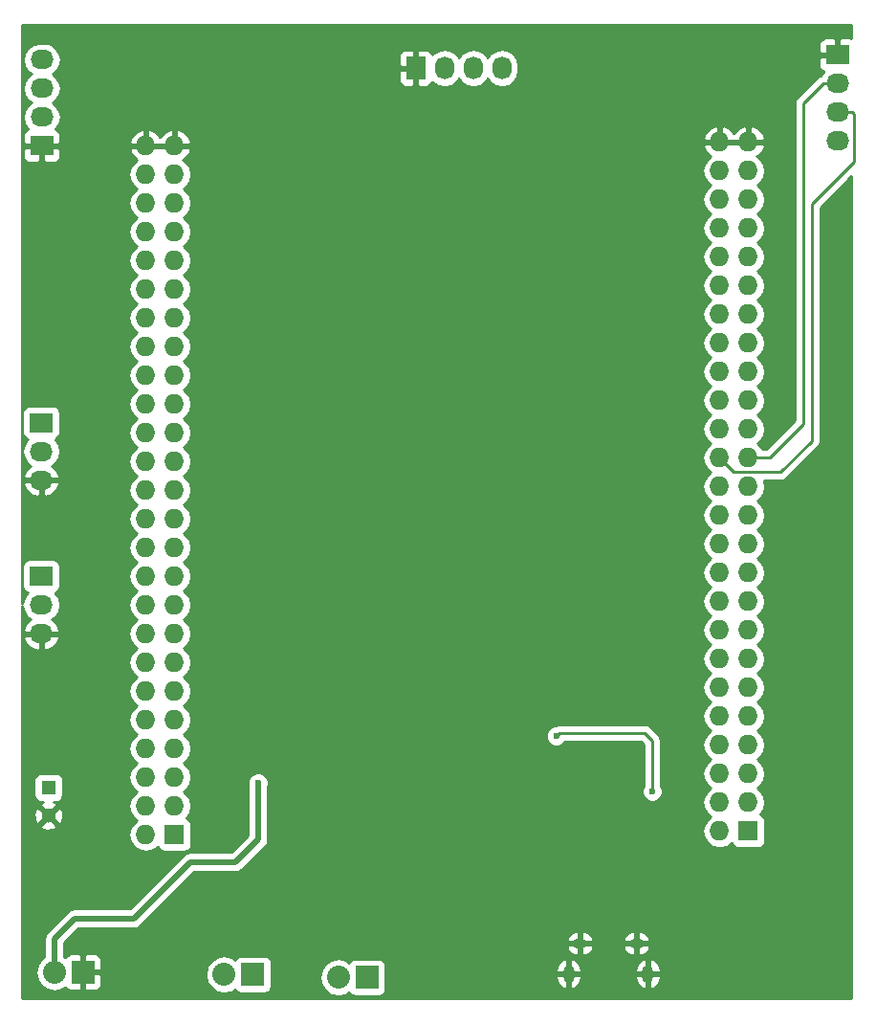
<source format=gbl>
G04 #@! TF.FileFunction,Copper,L2,Bot,Signal*
%FSLAX46Y46*%
G04 Gerber Fmt 4.6, Leading zero omitted, Abs format (unit mm)*
G04 Created by KiCad (PCBNEW 4.0.5) date Mon Mar 20 16:02:46 2017*
%MOMM*%
%LPD*%
G01*
G04 APERTURE LIST*
%ADD10C,0.100000*%
%ADD11C,1.300000*%
%ADD12R,1.300000X1.300000*%
%ADD13O,1.250000X0.950000*%
%ADD14O,1.000000X1.550000*%
%ADD15R,1.727200X1.727200*%
%ADD16O,1.727200X1.727200*%
%ADD17R,2.032000X1.727200*%
%ADD18O,2.032000X1.727200*%
%ADD19R,1.727200X2.032000*%
%ADD20O,1.727200X2.032000*%
%ADD21R,2.032000X2.032000*%
%ADD22O,2.032000X2.032000*%
%ADD23C,0.600000*%
%ADD24C,0.500000*%
%ADD25C,0.250000*%
%ADD26C,0.254000*%
G04 APERTURE END LIST*
D10*
D11*
X90450000Y-108650000D03*
D12*
X90450000Y-106150000D03*
D13*
X137499100Y-119937460D03*
X142499100Y-119937460D03*
D14*
X136499100Y-122637460D03*
X143499100Y-122637460D03*
D15*
X152400000Y-110000000D03*
D16*
X149860000Y-110000000D03*
X152400000Y-107460000D03*
X149860000Y-107460000D03*
X152400000Y-104920000D03*
X149860000Y-104920000D03*
X152400000Y-102380000D03*
X149860000Y-102380000D03*
X152400000Y-99840000D03*
X149860000Y-99840000D03*
X152400000Y-97300000D03*
X149860000Y-97300000D03*
X152400000Y-94760000D03*
X149860000Y-94760000D03*
X152400000Y-92220000D03*
X149860000Y-92220000D03*
X152400000Y-89680000D03*
X149860000Y-89680000D03*
X152400000Y-87140000D03*
X149860000Y-87140000D03*
X152400000Y-84600000D03*
X149860000Y-84600000D03*
X152400000Y-82060000D03*
X149860000Y-82060000D03*
X152400000Y-79520000D03*
X149860000Y-79520000D03*
X152400000Y-76980000D03*
X149860000Y-76980000D03*
X152400000Y-74440000D03*
X149860000Y-74440000D03*
X152400000Y-71900000D03*
X149860000Y-71900000D03*
X152400000Y-69360000D03*
X149860000Y-69360000D03*
X152400000Y-66820000D03*
X149860000Y-66820000D03*
X152400000Y-64280000D03*
X149860000Y-64280000D03*
X152400000Y-61740000D03*
X149860000Y-61740000D03*
X152400000Y-59200000D03*
X149860000Y-59200000D03*
X152400000Y-56660000D03*
X149860000Y-56660000D03*
X152400000Y-54120000D03*
X149860000Y-54120000D03*
X152400000Y-51580000D03*
X149860000Y-51580000D03*
X152400000Y-49040000D03*
X149860000Y-49040000D03*
D15*
X101600000Y-110320000D03*
D16*
X99060000Y-110320000D03*
X101600000Y-107780000D03*
X99060000Y-107780000D03*
X101600000Y-105240000D03*
X99060000Y-105240000D03*
X101600000Y-102700000D03*
X99060000Y-102700000D03*
X101600000Y-100160000D03*
X99060000Y-100160000D03*
X101600000Y-97620000D03*
X99060000Y-97620000D03*
X101600000Y-95080000D03*
X99060000Y-95080000D03*
X101600000Y-92540000D03*
X99060000Y-92540000D03*
X101600000Y-90000000D03*
X99060000Y-90000000D03*
X101600000Y-87460000D03*
X99060000Y-87460000D03*
X101600000Y-84920000D03*
X99060000Y-84920000D03*
X101600000Y-82380000D03*
X99060000Y-82380000D03*
X101600000Y-79840000D03*
X99060000Y-79840000D03*
X101600000Y-77300000D03*
X99060000Y-77300000D03*
X101600000Y-74760000D03*
X99060000Y-74760000D03*
X101600000Y-72220000D03*
X99060000Y-72220000D03*
X101600000Y-69680000D03*
X99060000Y-69680000D03*
X101600000Y-67140000D03*
X99060000Y-67140000D03*
X101600000Y-64600000D03*
X99060000Y-64600000D03*
X101600000Y-62060000D03*
X99060000Y-62060000D03*
X101600000Y-59520000D03*
X99060000Y-59520000D03*
X101600000Y-56980000D03*
X99060000Y-56980000D03*
X101600000Y-54440000D03*
X99060000Y-54440000D03*
X101600000Y-51900000D03*
X99060000Y-51900000D03*
X101600000Y-49360000D03*
X99060000Y-49360000D03*
D17*
X160300000Y-41320000D03*
D18*
X160300000Y-43860000D03*
X160300000Y-46400000D03*
X160300000Y-48940000D03*
D19*
X122960000Y-42500000D03*
D20*
X125500000Y-42500000D03*
X128040000Y-42500000D03*
X130580000Y-42500000D03*
D17*
X89850000Y-49380000D03*
D18*
X89850000Y-46840000D03*
X89850000Y-44300000D03*
X89850000Y-41760000D03*
D21*
X118650000Y-122950000D03*
D22*
X116110000Y-122950000D03*
D21*
X108540000Y-122700000D03*
D22*
X106000000Y-122700000D03*
D17*
X89800000Y-73870000D03*
D18*
X89800000Y-76410000D03*
X89800000Y-78950000D03*
D17*
X89800000Y-87460000D03*
D18*
X89800000Y-90000000D03*
X89800000Y-92540000D03*
D21*
X93500000Y-122500000D03*
D22*
X90960000Y-122500000D03*
D23*
X109000000Y-105750000D03*
X99500000Y-123800000D03*
X93150000Y-111750000D03*
X126450000Y-39500000D03*
X93300000Y-38900000D03*
X112450000Y-116600000D03*
X114550000Y-112100000D03*
X110550000Y-112100000D03*
X108450000Y-101100000D03*
X134450000Y-100950000D03*
X141300000Y-118000000D03*
X129250000Y-120500000D03*
X147050000Y-113500000D03*
X133300000Y-115100000D03*
X147000000Y-105450000D03*
X134800000Y-107300000D03*
X129850000Y-105950000D03*
X104350000Y-86800000D03*
X124150000Y-84200000D03*
X113500000Y-84500000D03*
X135400000Y-101600000D03*
X143900000Y-106500000D03*
D24*
X109000000Y-110750000D02*
X109000000Y-105750000D01*
X107000000Y-112750000D02*
X109000000Y-110750000D01*
X103000000Y-112750000D02*
X107000000Y-112750000D01*
X98000000Y-117750000D02*
X103000000Y-112750000D01*
X92750000Y-117750000D02*
X98000000Y-117750000D01*
X90960000Y-119540000D02*
X92750000Y-117750000D01*
X90960000Y-122500000D02*
X90960000Y-119540000D01*
D25*
X135700000Y-101300000D02*
X135400000Y-101600000D01*
X143200000Y-101300000D02*
X135700000Y-101300000D01*
X143900000Y-102000000D02*
X143200000Y-101300000D01*
X143900000Y-106500000D02*
X143900000Y-102000000D01*
X160300000Y-43860000D02*
X159034000Y-43860000D01*
X159034000Y-43860000D02*
X157250000Y-45644000D01*
X157250000Y-45644000D02*
X157250000Y-74000000D01*
X157250000Y-74000000D02*
X154270000Y-76980000D01*
X154270000Y-76980000D02*
X152400000Y-76980000D01*
X160300000Y-46400000D02*
X161566000Y-46400000D01*
X161566000Y-46400000D02*
X161750000Y-46584000D01*
X161750000Y-50750000D02*
X158000000Y-54500000D01*
X161750000Y-46584000D02*
X161750000Y-50750000D01*
X155250000Y-78250000D02*
X151130000Y-78250000D01*
X158000000Y-54500000D02*
X158000000Y-75500000D01*
X158000000Y-75500000D02*
X155250000Y-78250000D01*
X151130000Y-78250000D02*
X149860000Y-76980000D01*
D26*
G36*
X161540000Y-39861865D02*
X161442309Y-39821400D01*
X160585750Y-39821400D01*
X160427000Y-39980150D01*
X160427000Y-41193000D01*
X160447000Y-41193000D01*
X160447000Y-41447000D01*
X160427000Y-41447000D01*
X160427000Y-41467000D01*
X160173000Y-41467000D01*
X160173000Y-41447000D01*
X158807750Y-41447000D01*
X158649000Y-41605750D01*
X158649000Y-42309910D01*
X158745673Y-42543299D01*
X158924302Y-42721927D01*
X159077780Y-42785500D01*
X159055585Y-42800330D01*
X158827968Y-43140983D01*
X158743161Y-43157852D01*
X158496599Y-43322599D01*
X156712599Y-45106599D01*
X156547852Y-45353161D01*
X156490000Y-45644000D01*
X156490000Y-73685198D01*
X153955198Y-76220000D01*
X153689262Y-76220000D01*
X153489029Y-75920330D01*
X153174248Y-75710000D01*
X153489029Y-75499670D01*
X153813885Y-75013489D01*
X153927959Y-74440000D01*
X153813885Y-73866511D01*
X153489029Y-73380330D01*
X153174248Y-73170000D01*
X153489029Y-72959670D01*
X153813885Y-72473489D01*
X153927959Y-71900000D01*
X153813885Y-71326511D01*
X153489029Y-70840330D01*
X153174248Y-70630000D01*
X153489029Y-70419670D01*
X153813885Y-69933489D01*
X153927959Y-69360000D01*
X153813885Y-68786511D01*
X153489029Y-68300330D01*
X153174248Y-68090000D01*
X153489029Y-67879670D01*
X153813885Y-67393489D01*
X153927959Y-66820000D01*
X153813885Y-66246511D01*
X153489029Y-65760330D01*
X153174248Y-65550000D01*
X153489029Y-65339670D01*
X153813885Y-64853489D01*
X153927959Y-64280000D01*
X153813885Y-63706511D01*
X153489029Y-63220330D01*
X153174248Y-63010000D01*
X153489029Y-62799670D01*
X153813885Y-62313489D01*
X153927959Y-61740000D01*
X153813885Y-61166511D01*
X153489029Y-60680330D01*
X153174248Y-60470000D01*
X153489029Y-60259670D01*
X153813885Y-59773489D01*
X153927959Y-59200000D01*
X153813885Y-58626511D01*
X153489029Y-58140330D01*
X153174248Y-57930000D01*
X153489029Y-57719670D01*
X153813885Y-57233489D01*
X153927959Y-56660000D01*
X153813885Y-56086511D01*
X153489029Y-55600330D01*
X153174248Y-55390000D01*
X153489029Y-55179670D01*
X153813885Y-54693489D01*
X153927959Y-54120000D01*
X153813885Y-53546511D01*
X153489029Y-53060330D01*
X153174248Y-52850000D01*
X153489029Y-52639670D01*
X153813885Y-52153489D01*
X153927959Y-51580000D01*
X153813885Y-51006511D01*
X153489029Y-50520330D01*
X153165772Y-50304336D01*
X153288490Y-50246821D01*
X153682688Y-49814947D01*
X153854958Y-49399026D01*
X153733817Y-49167000D01*
X152527000Y-49167000D01*
X152527000Y-49187000D01*
X152273000Y-49187000D01*
X152273000Y-49167000D01*
X149987000Y-49167000D01*
X149987000Y-49187000D01*
X149733000Y-49187000D01*
X149733000Y-49167000D01*
X148526183Y-49167000D01*
X148405042Y-49399026D01*
X148577312Y-49814947D01*
X148971510Y-50246821D01*
X149094228Y-50304336D01*
X148770971Y-50520330D01*
X148446115Y-51006511D01*
X148332041Y-51580000D01*
X148446115Y-52153489D01*
X148770971Y-52639670D01*
X149085752Y-52850000D01*
X148770971Y-53060330D01*
X148446115Y-53546511D01*
X148332041Y-54120000D01*
X148446115Y-54693489D01*
X148770971Y-55179670D01*
X149085752Y-55390000D01*
X148770971Y-55600330D01*
X148446115Y-56086511D01*
X148332041Y-56660000D01*
X148446115Y-57233489D01*
X148770971Y-57719670D01*
X149085752Y-57930000D01*
X148770971Y-58140330D01*
X148446115Y-58626511D01*
X148332041Y-59200000D01*
X148446115Y-59773489D01*
X148770971Y-60259670D01*
X149085752Y-60470000D01*
X148770971Y-60680330D01*
X148446115Y-61166511D01*
X148332041Y-61740000D01*
X148446115Y-62313489D01*
X148770971Y-62799670D01*
X149085752Y-63010000D01*
X148770971Y-63220330D01*
X148446115Y-63706511D01*
X148332041Y-64280000D01*
X148446115Y-64853489D01*
X148770971Y-65339670D01*
X149085752Y-65550000D01*
X148770971Y-65760330D01*
X148446115Y-66246511D01*
X148332041Y-66820000D01*
X148446115Y-67393489D01*
X148770971Y-67879670D01*
X149085752Y-68090000D01*
X148770971Y-68300330D01*
X148446115Y-68786511D01*
X148332041Y-69360000D01*
X148446115Y-69933489D01*
X148770971Y-70419670D01*
X149085752Y-70630000D01*
X148770971Y-70840330D01*
X148446115Y-71326511D01*
X148332041Y-71900000D01*
X148446115Y-72473489D01*
X148770971Y-72959670D01*
X149085752Y-73170000D01*
X148770971Y-73380330D01*
X148446115Y-73866511D01*
X148332041Y-74440000D01*
X148446115Y-75013489D01*
X148770971Y-75499670D01*
X149085752Y-75710000D01*
X148770971Y-75920330D01*
X148446115Y-76406511D01*
X148332041Y-76980000D01*
X148446115Y-77553489D01*
X148770971Y-78039670D01*
X149085752Y-78250000D01*
X148770971Y-78460330D01*
X148446115Y-78946511D01*
X148332041Y-79520000D01*
X148446115Y-80093489D01*
X148770971Y-80579670D01*
X149085752Y-80790000D01*
X148770971Y-81000330D01*
X148446115Y-81486511D01*
X148332041Y-82060000D01*
X148446115Y-82633489D01*
X148770971Y-83119670D01*
X149085752Y-83330000D01*
X148770971Y-83540330D01*
X148446115Y-84026511D01*
X148332041Y-84600000D01*
X148446115Y-85173489D01*
X148770971Y-85659670D01*
X149085752Y-85870000D01*
X148770971Y-86080330D01*
X148446115Y-86566511D01*
X148332041Y-87140000D01*
X148446115Y-87713489D01*
X148770971Y-88199670D01*
X149085752Y-88410000D01*
X148770971Y-88620330D01*
X148446115Y-89106511D01*
X148332041Y-89680000D01*
X148446115Y-90253489D01*
X148770971Y-90739670D01*
X149085752Y-90950000D01*
X148770971Y-91160330D01*
X148446115Y-91646511D01*
X148332041Y-92220000D01*
X148446115Y-92793489D01*
X148770971Y-93279670D01*
X149085752Y-93490000D01*
X148770971Y-93700330D01*
X148446115Y-94186511D01*
X148332041Y-94760000D01*
X148446115Y-95333489D01*
X148770971Y-95819670D01*
X149085752Y-96030000D01*
X148770971Y-96240330D01*
X148446115Y-96726511D01*
X148332041Y-97300000D01*
X148446115Y-97873489D01*
X148770971Y-98359670D01*
X149085752Y-98570000D01*
X148770971Y-98780330D01*
X148446115Y-99266511D01*
X148332041Y-99840000D01*
X148446115Y-100413489D01*
X148770971Y-100899670D01*
X149085752Y-101110000D01*
X148770971Y-101320330D01*
X148446115Y-101806511D01*
X148332041Y-102380000D01*
X148446115Y-102953489D01*
X148770971Y-103439670D01*
X149085752Y-103650000D01*
X148770971Y-103860330D01*
X148446115Y-104346511D01*
X148332041Y-104920000D01*
X148446115Y-105493489D01*
X148770971Y-105979670D01*
X149085752Y-106190000D01*
X148770971Y-106400330D01*
X148446115Y-106886511D01*
X148332041Y-107460000D01*
X148446115Y-108033489D01*
X148770971Y-108519670D01*
X149085752Y-108730000D01*
X148770971Y-108940330D01*
X148446115Y-109426511D01*
X148332041Y-110000000D01*
X148446115Y-110573489D01*
X148770971Y-111059670D01*
X149257152Y-111384526D01*
X149830641Y-111498600D01*
X149889359Y-111498600D01*
X150462848Y-111384526D01*
X150928442Y-111073426D01*
X150933238Y-111098917D01*
X151072310Y-111315041D01*
X151284510Y-111460031D01*
X151536400Y-111511040D01*
X153263600Y-111511040D01*
X153498917Y-111466762D01*
X153715041Y-111327690D01*
X153860031Y-111115490D01*
X153911040Y-110863600D01*
X153911040Y-109136400D01*
X153866762Y-108901083D01*
X153727690Y-108684959D01*
X153515490Y-108539969D01*
X153471869Y-108531136D01*
X153489029Y-108519670D01*
X153813885Y-108033489D01*
X153927959Y-107460000D01*
X153813885Y-106886511D01*
X153489029Y-106400330D01*
X153174248Y-106190000D01*
X153489029Y-105979670D01*
X153813885Y-105493489D01*
X153927959Y-104920000D01*
X153813885Y-104346511D01*
X153489029Y-103860330D01*
X153174248Y-103650000D01*
X153489029Y-103439670D01*
X153813885Y-102953489D01*
X153927959Y-102380000D01*
X153813885Y-101806511D01*
X153489029Y-101320330D01*
X153174248Y-101110000D01*
X153489029Y-100899670D01*
X153813885Y-100413489D01*
X153927959Y-99840000D01*
X153813885Y-99266511D01*
X153489029Y-98780330D01*
X153174248Y-98570000D01*
X153489029Y-98359670D01*
X153813885Y-97873489D01*
X153927959Y-97300000D01*
X153813885Y-96726511D01*
X153489029Y-96240330D01*
X153174248Y-96030000D01*
X153489029Y-95819670D01*
X153813885Y-95333489D01*
X153927959Y-94760000D01*
X153813885Y-94186511D01*
X153489029Y-93700330D01*
X153174248Y-93490000D01*
X153489029Y-93279670D01*
X153813885Y-92793489D01*
X153927959Y-92220000D01*
X153813885Y-91646511D01*
X153489029Y-91160330D01*
X153174248Y-90950000D01*
X153489029Y-90739670D01*
X153813885Y-90253489D01*
X153927959Y-89680000D01*
X153813885Y-89106511D01*
X153489029Y-88620330D01*
X153174248Y-88410000D01*
X153489029Y-88199670D01*
X153813885Y-87713489D01*
X153927959Y-87140000D01*
X153813885Y-86566511D01*
X153489029Y-86080330D01*
X153174248Y-85870000D01*
X153489029Y-85659670D01*
X153813885Y-85173489D01*
X153927959Y-84600000D01*
X153813885Y-84026511D01*
X153489029Y-83540330D01*
X153174248Y-83330000D01*
X153489029Y-83119670D01*
X153813885Y-82633489D01*
X153927959Y-82060000D01*
X153813885Y-81486511D01*
X153489029Y-81000330D01*
X153174248Y-80790000D01*
X153489029Y-80579670D01*
X153813885Y-80093489D01*
X153927959Y-79520000D01*
X153826514Y-79010000D01*
X155250000Y-79010000D01*
X155540839Y-78952148D01*
X155787401Y-78787401D01*
X158537401Y-76037401D01*
X158702148Y-75790840D01*
X158760000Y-75500000D01*
X158760000Y-54814802D01*
X161540000Y-52034802D01*
X161540000Y-124790000D01*
X88127000Y-124790000D01*
X88127000Y-122467655D01*
X89309000Y-122467655D01*
X89309000Y-122532345D01*
X89434675Y-123164155D01*
X89792567Y-123699778D01*
X90328190Y-124057670D01*
X90960000Y-124183345D01*
X91591810Y-124057670D01*
X91928001Y-123833034D01*
X91945673Y-123875698D01*
X92124301Y-124054327D01*
X92357690Y-124151000D01*
X93214250Y-124151000D01*
X93373000Y-123992250D01*
X93373000Y-122627000D01*
X93627000Y-122627000D01*
X93627000Y-123992250D01*
X93785750Y-124151000D01*
X94642310Y-124151000D01*
X94875699Y-124054327D01*
X95054327Y-123875698D01*
X95151000Y-123642309D01*
X95151000Y-122785750D01*
X95032905Y-122667655D01*
X104349000Y-122667655D01*
X104349000Y-122732345D01*
X104474675Y-123364155D01*
X104832567Y-123899778D01*
X105368190Y-124257670D01*
X106000000Y-124383345D01*
X106631810Y-124257670D01*
X106971792Y-124030501D01*
X107059910Y-124167441D01*
X107272110Y-124312431D01*
X107524000Y-124363440D01*
X109556000Y-124363440D01*
X109791317Y-124319162D01*
X110007441Y-124180090D01*
X110152431Y-123967890D01*
X110203440Y-123716000D01*
X110203440Y-122917655D01*
X114459000Y-122917655D01*
X114459000Y-122982345D01*
X114584675Y-123614155D01*
X114942567Y-124149778D01*
X115478190Y-124507670D01*
X116110000Y-124633345D01*
X116741810Y-124507670D01*
X117081792Y-124280501D01*
X117169910Y-124417441D01*
X117382110Y-124562431D01*
X117634000Y-124613440D01*
X119666000Y-124613440D01*
X119901317Y-124569162D01*
X120117441Y-124430090D01*
X120262431Y-124217890D01*
X120313440Y-123966000D01*
X120313440Y-122764460D01*
X135364100Y-122764460D01*
X135364100Y-123039460D01*
X135499098Y-123464138D01*
X135786337Y-123804828D01*
X136197226Y-124006579D01*
X136372100Y-123880414D01*
X136372100Y-122764460D01*
X136626100Y-122764460D01*
X136626100Y-123880414D01*
X136800974Y-124006579D01*
X137211863Y-123804828D01*
X137499102Y-123464138D01*
X137634100Y-123039460D01*
X137634100Y-122764460D01*
X142364100Y-122764460D01*
X142364100Y-123039460D01*
X142499098Y-123464138D01*
X142786337Y-123804828D01*
X143197226Y-124006579D01*
X143372100Y-123880414D01*
X143372100Y-122764460D01*
X143626100Y-122764460D01*
X143626100Y-123880414D01*
X143800974Y-124006579D01*
X144211863Y-123804828D01*
X144499102Y-123464138D01*
X144634100Y-123039460D01*
X144634100Y-122764460D01*
X143626100Y-122764460D01*
X143372100Y-122764460D01*
X142364100Y-122764460D01*
X137634100Y-122764460D01*
X136626100Y-122764460D01*
X136372100Y-122764460D01*
X135364100Y-122764460D01*
X120313440Y-122764460D01*
X120313440Y-122235460D01*
X135364100Y-122235460D01*
X135364100Y-122510460D01*
X136372100Y-122510460D01*
X136372100Y-121394506D01*
X136626100Y-121394506D01*
X136626100Y-122510460D01*
X137634100Y-122510460D01*
X137634100Y-122235460D01*
X142364100Y-122235460D01*
X142364100Y-122510460D01*
X143372100Y-122510460D01*
X143372100Y-121394506D01*
X143626100Y-121394506D01*
X143626100Y-122510460D01*
X144634100Y-122510460D01*
X144634100Y-122235460D01*
X144499102Y-121810782D01*
X144211863Y-121470092D01*
X143800974Y-121268341D01*
X143626100Y-121394506D01*
X143372100Y-121394506D01*
X143197226Y-121268341D01*
X142786337Y-121470092D01*
X142499098Y-121810782D01*
X142364100Y-122235460D01*
X137634100Y-122235460D01*
X137499102Y-121810782D01*
X137211863Y-121470092D01*
X136800974Y-121268341D01*
X136626100Y-121394506D01*
X136372100Y-121394506D01*
X136197226Y-121268341D01*
X135786337Y-121470092D01*
X135499098Y-121810782D01*
X135364100Y-122235460D01*
X120313440Y-122235460D01*
X120313440Y-121934000D01*
X120269162Y-121698683D01*
X120130090Y-121482559D01*
X119917890Y-121337569D01*
X119666000Y-121286560D01*
X117634000Y-121286560D01*
X117398683Y-121330838D01*
X117182559Y-121469910D01*
X117080802Y-121618837D01*
X116741810Y-121392330D01*
X116110000Y-121266655D01*
X115478190Y-121392330D01*
X114942567Y-121750222D01*
X114584675Y-122285845D01*
X114459000Y-122917655D01*
X110203440Y-122917655D01*
X110203440Y-121684000D01*
X110159162Y-121448683D01*
X110020090Y-121232559D01*
X109807890Y-121087569D01*
X109556000Y-121036560D01*
X107524000Y-121036560D01*
X107288683Y-121080838D01*
X107072559Y-121219910D01*
X106970802Y-121368837D01*
X106631810Y-121142330D01*
X106000000Y-121016655D01*
X105368190Y-121142330D01*
X104832567Y-121500222D01*
X104474675Y-122035845D01*
X104349000Y-122667655D01*
X95032905Y-122667655D01*
X94992250Y-122627000D01*
X93627000Y-122627000D01*
X93373000Y-122627000D01*
X93353000Y-122627000D01*
X93353000Y-122373000D01*
X93373000Y-122373000D01*
X93373000Y-121007750D01*
X93627000Y-121007750D01*
X93627000Y-122373000D01*
X94992250Y-122373000D01*
X95151000Y-122214250D01*
X95151000Y-121357691D01*
X95054327Y-121124302D01*
X94875699Y-120945673D01*
X94642310Y-120849000D01*
X93785750Y-120849000D01*
X93627000Y-121007750D01*
X93373000Y-121007750D01*
X93214250Y-120849000D01*
X92357690Y-120849000D01*
X92124301Y-120945673D01*
X91945673Y-121124302D01*
X91928001Y-121166966D01*
X91845000Y-121111506D01*
X91845000Y-120235398D01*
X136279832Y-120235398D01*
X136463548Y-120609281D01*
X136788051Y-120897028D01*
X137197969Y-121038689D01*
X137372100Y-120890023D01*
X137372100Y-120064460D01*
X137626100Y-120064460D01*
X137626100Y-120890023D01*
X137800231Y-121038689D01*
X138210149Y-120897028D01*
X138534652Y-120609281D01*
X138718368Y-120235398D01*
X141279832Y-120235398D01*
X141463548Y-120609281D01*
X141788051Y-120897028D01*
X142197969Y-121038689D01*
X142372100Y-120890023D01*
X142372100Y-120064460D01*
X142626100Y-120064460D01*
X142626100Y-120890023D01*
X142800231Y-121038689D01*
X143210149Y-120897028D01*
X143534652Y-120609281D01*
X143718368Y-120235398D01*
X143591834Y-120064460D01*
X142626100Y-120064460D01*
X142372100Y-120064460D01*
X141406366Y-120064460D01*
X141279832Y-120235398D01*
X138718368Y-120235398D01*
X138591834Y-120064460D01*
X137626100Y-120064460D01*
X137372100Y-120064460D01*
X136406366Y-120064460D01*
X136279832Y-120235398D01*
X91845000Y-120235398D01*
X91845000Y-119906580D01*
X92112057Y-119639522D01*
X136279832Y-119639522D01*
X136406366Y-119810460D01*
X137372100Y-119810460D01*
X137372100Y-118984897D01*
X137626100Y-118984897D01*
X137626100Y-119810460D01*
X138591834Y-119810460D01*
X138718368Y-119639522D01*
X141279832Y-119639522D01*
X141406366Y-119810460D01*
X142372100Y-119810460D01*
X142372100Y-118984897D01*
X142626100Y-118984897D01*
X142626100Y-119810460D01*
X143591834Y-119810460D01*
X143718368Y-119639522D01*
X143534652Y-119265639D01*
X143210149Y-118977892D01*
X142800231Y-118836231D01*
X142626100Y-118984897D01*
X142372100Y-118984897D01*
X142197969Y-118836231D01*
X141788051Y-118977892D01*
X141463548Y-119265639D01*
X141279832Y-119639522D01*
X138718368Y-119639522D01*
X138534652Y-119265639D01*
X138210149Y-118977892D01*
X137800231Y-118836231D01*
X137626100Y-118984897D01*
X137372100Y-118984897D01*
X137197969Y-118836231D01*
X136788051Y-118977892D01*
X136463548Y-119265639D01*
X136279832Y-119639522D01*
X92112057Y-119639522D01*
X93116579Y-118635000D01*
X97999995Y-118635000D01*
X98000000Y-118635001D01*
X98282484Y-118578810D01*
X98338675Y-118567633D01*
X98625790Y-118375790D01*
X103366579Y-113635000D01*
X106999995Y-113635000D01*
X107000000Y-113635001D01*
X107282484Y-113578810D01*
X107338675Y-113567633D01*
X107625790Y-113375790D01*
X107625791Y-113375789D01*
X109625787Y-111375792D01*
X109625790Y-111375790D01*
X109817633Y-111088675D01*
X109885001Y-110750000D01*
X109885000Y-110749995D01*
X109885000Y-106056822D01*
X109934838Y-105936799D01*
X109935162Y-105564833D01*
X109793117Y-105221057D01*
X109530327Y-104957808D01*
X109186799Y-104815162D01*
X108814833Y-104814838D01*
X108471057Y-104956883D01*
X108207808Y-105219673D01*
X108065162Y-105563201D01*
X108064838Y-105935167D01*
X108115000Y-106056569D01*
X108115000Y-110383421D01*
X106633420Y-111865000D01*
X103000005Y-111865000D01*
X103000000Y-111864999D01*
X102717516Y-111921190D01*
X102661325Y-111932367D01*
X102374210Y-112124210D01*
X102374208Y-112124213D01*
X97633420Y-116865000D01*
X92750005Y-116865000D01*
X92750000Y-116864999D01*
X92411325Y-116932367D01*
X92124210Y-117124210D01*
X92124208Y-117124213D01*
X90334210Y-118914210D01*
X90142367Y-119201325D01*
X90142367Y-119201326D01*
X90074999Y-119540000D01*
X90075000Y-119540005D01*
X90075000Y-121111506D01*
X89792567Y-121300222D01*
X89434675Y-121835845D01*
X89309000Y-122467655D01*
X88127000Y-122467655D01*
X88127000Y-109549016D01*
X89730590Y-109549016D01*
X89786271Y-109779611D01*
X90269078Y-109947622D01*
X90779428Y-109918083D01*
X91113729Y-109779611D01*
X91169410Y-109549016D01*
X90450000Y-108829605D01*
X89730590Y-109549016D01*
X88127000Y-109549016D01*
X88127000Y-108469078D01*
X89152378Y-108469078D01*
X89181917Y-108979428D01*
X89320389Y-109313729D01*
X89550984Y-109369410D01*
X90270395Y-108650000D01*
X90629605Y-108650000D01*
X91349016Y-109369410D01*
X91579611Y-109313729D01*
X91747622Y-108830922D01*
X91718083Y-108320572D01*
X91579611Y-107986271D01*
X91349016Y-107930590D01*
X90629605Y-108650000D01*
X90270395Y-108650000D01*
X89550984Y-107930590D01*
X89320389Y-107986271D01*
X89152378Y-108469078D01*
X88127000Y-108469078D01*
X88127000Y-105500000D01*
X89152560Y-105500000D01*
X89152560Y-106800000D01*
X89196838Y-107035317D01*
X89335910Y-107251441D01*
X89548110Y-107396431D01*
X89800000Y-107447440D01*
X89962385Y-107447440D01*
X89786271Y-107520389D01*
X89730590Y-107750984D01*
X90450000Y-108470395D01*
X91169410Y-107750984D01*
X91113729Y-107520389D01*
X90904098Y-107447440D01*
X91100000Y-107447440D01*
X91335317Y-107403162D01*
X91551441Y-107264090D01*
X91696431Y-107051890D01*
X91747440Y-106800000D01*
X91747440Y-105500000D01*
X91703162Y-105264683D01*
X91564090Y-105048559D01*
X91351890Y-104903569D01*
X91100000Y-104852560D01*
X89800000Y-104852560D01*
X89564683Y-104896838D01*
X89348559Y-105035910D01*
X89203569Y-105248110D01*
X89152560Y-105500000D01*
X88127000Y-105500000D01*
X88127000Y-92899026D01*
X88192642Y-92899026D01*
X88195291Y-92914791D01*
X88449268Y-93442036D01*
X88885680Y-93831954D01*
X89438087Y-94025184D01*
X89673000Y-93880924D01*
X89673000Y-92667000D01*
X89927000Y-92667000D01*
X89927000Y-93880924D01*
X90161913Y-94025184D01*
X90714320Y-93831954D01*
X91150732Y-93442036D01*
X91404709Y-92914791D01*
X91407358Y-92899026D01*
X91286217Y-92667000D01*
X89927000Y-92667000D01*
X89673000Y-92667000D01*
X88313783Y-92667000D01*
X88192642Y-92899026D01*
X88127000Y-92899026D01*
X88127000Y-90052008D01*
X88230729Y-90573489D01*
X88555585Y-91059670D01*
X88865069Y-91266461D01*
X88449268Y-91637964D01*
X88195291Y-92165209D01*
X88192642Y-92180974D01*
X88313783Y-92413000D01*
X89673000Y-92413000D01*
X89673000Y-92393000D01*
X89927000Y-92393000D01*
X89927000Y-92413000D01*
X91286217Y-92413000D01*
X91407358Y-92180974D01*
X91404709Y-92165209D01*
X91150732Y-91637964D01*
X90734931Y-91266461D01*
X91044415Y-91059670D01*
X91369271Y-90573489D01*
X91483345Y-90000000D01*
X91369271Y-89426511D01*
X91044415Y-88940330D01*
X91030087Y-88930757D01*
X91051317Y-88926762D01*
X91267441Y-88787690D01*
X91412431Y-88575490D01*
X91463440Y-88323600D01*
X91463440Y-86596400D01*
X91419162Y-86361083D01*
X91280090Y-86144959D01*
X91067890Y-85999969D01*
X90816000Y-85948960D01*
X88784000Y-85948960D01*
X88548683Y-85993238D01*
X88332559Y-86132310D01*
X88187569Y-86344510D01*
X88136560Y-86596400D01*
X88136560Y-88323600D01*
X88180838Y-88558917D01*
X88319910Y-88775041D01*
X88532110Y-88920031D01*
X88573439Y-88928400D01*
X88555585Y-88940330D01*
X88230729Y-89426511D01*
X88127000Y-89947992D01*
X88127000Y-79309026D01*
X88192642Y-79309026D01*
X88195291Y-79324791D01*
X88449268Y-79852036D01*
X88885680Y-80241954D01*
X89438087Y-80435184D01*
X89673000Y-80290924D01*
X89673000Y-79077000D01*
X89927000Y-79077000D01*
X89927000Y-80290924D01*
X90161913Y-80435184D01*
X90714320Y-80241954D01*
X91150732Y-79852036D01*
X91404709Y-79324791D01*
X91407358Y-79309026D01*
X91286217Y-79077000D01*
X89927000Y-79077000D01*
X89673000Y-79077000D01*
X88313783Y-79077000D01*
X88192642Y-79309026D01*
X88127000Y-79309026D01*
X88127000Y-76462008D01*
X88230729Y-76983489D01*
X88555585Y-77469670D01*
X88865069Y-77676461D01*
X88449268Y-78047964D01*
X88195291Y-78575209D01*
X88192642Y-78590974D01*
X88313783Y-78823000D01*
X89673000Y-78823000D01*
X89673000Y-78803000D01*
X89927000Y-78803000D01*
X89927000Y-78823000D01*
X91286217Y-78823000D01*
X91407358Y-78590974D01*
X91404709Y-78575209D01*
X91150732Y-78047964D01*
X90734931Y-77676461D01*
X91044415Y-77469670D01*
X91369271Y-76983489D01*
X91483345Y-76410000D01*
X91369271Y-75836511D01*
X91044415Y-75350330D01*
X91030087Y-75340757D01*
X91051317Y-75336762D01*
X91267441Y-75197690D01*
X91412431Y-74985490D01*
X91463440Y-74733600D01*
X91463440Y-73006400D01*
X91419162Y-72771083D01*
X91280090Y-72554959D01*
X91067890Y-72409969D01*
X90816000Y-72358960D01*
X88784000Y-72358960D01*
X88548683Y-72403238D01*
X88332559Y-72542310D01*
X88187569Y-72754510D01*
X88136560Y-73006400D01*
X88136560Y-74733600D01*
X88180838Y-74968917D01*
X88319910Y-75185041D01*
X88532110Y-75330031D01*
X88573439Y-75338400D01*
X88555585Y-75350330D01*
X88230729Y-75836511D01*
X88127000Y-76357992D01*
X88127000Y-51900000D01*
X97532041Y-51900000D01*
X97646115Y-52473489D01*
X97970971Y-52959670D01*
X98285752Y-53170000D01*
X97970971Y-53380330D01*
X97646115Y-53866511D01*
X97532041Y-54440000D01*
X97646115Y-55013489D01*
X97970971Y-55499670D01*
X98285752Y-55710000D01*
X97970971Y-55920330D01*
X97646115Y-56406511D01*
X97532041Y-56980000D01*
X97646115Y-57553489D01*
X97970971Y-58039670D01*
X98285752Y-58250000D01*
X97970971Y-58460330D01*
X97646115Y-58946511D01*
X97532041Y-59520000D01*
X97646115Y-60093489D01*
X97970971Y-60579670D01*
X98285752Y-60790000D01*
X97970971Y-61000330D01*
X97646115Y-61486511D01*
X97532041Y-62060000D01*
X97646115Y-62633489D01*
X97970971Y-63119670D01*
X98285752Y-63330000D01*
X97970971Y-63540330D01*
X97646115Y-64026511D01*
X97532041Y-64600000D01*
X97646115Y-65173489D01*
X97970971Y-65659670D01*
X98285752Y-65870000D01*
X97970971Y-66080330D01*
X97646115Y-66566511D01*
X97532041Y-67140000D01*
X97646115Y-67713489D01*
X97970971Y-68199670D01*
X98285752Y-68410000D01*
X97970971Y-68620330D01*
X97646115Y-69106511D01*
X97532041Y-69680000D01*
X97646115Y-70253489D01*
X97970971Y-70739670D01*
X98285752Y-70950000D01*
X97970971Y-71160330D01*
X97646115Y-71646511D01*
X97532041Y-72220000D01*
X97646115Y-72793489D01*
X97970971Y-73279670D01*
X98285752Y-73490000D01*
X97970971Y-73700330D01*
X97646115Y-74186511D01*
X97532041Y-74760000D01*
X97646115Y-75333489D01*
X97970971Y-75819670D01*
X98285752Y-76030000D01*
X97970971Y-76240330D01*
X97646115Y-76726511D01*
X97532041Y-77300000D01*
X97646115Y-77873489D01*
X97970971Y-78359670D01*
X98285752Y-78570000D01*
X97970971Y-78780330D01*
X97646115Y-79266511D01*
X97532041Y-79840000D01*
X97646115Y-80413489D01*
X97970971Y-80899670D01*
X98285752Y-81110000D01*
X97970971Y-81320330D01*
X97646115Y-81806511D01*
X97532041Y-82380000D01*
X97646115Y-82953489D01*
X97970971Y-83439670D01*
X98285752Y-83650000D01*
X97970971Y-83860330D01*
X97646115Y-84346511D01*
X97532041Y-84920000D01*
X97646115Y-85493489D01*
X97970971Y-85979670D01*
X98285752Y-86190000D01*
X97970971Y-86400330D01*
X97646115Y-86886511D01*
X97532041Y-87460000D01*
X97646115Y-88033489D01*
X97970971Y-88519670D01*
X98285752Y-88730000D01*
X97970971Y-88940330D01*
X97646115Y-89426511D01*
X97532041Y-90000000D01*
X97646115Y-90573489D01*
X97970971Y-91059670D01*
X98285752Y-91270000D01*
X97970971Y-91480330D01*
X97646115Y-91966511D01*
X97532041Y-92540000D01*
X97646115Y-93113489D01*
X97970971Y-93599670D01*
X98285752Y-93810000D01*
X97970971Y-94020330D01*
X97646115Y-94506511D01*
X97532041Y-95080000D01*
X97646115Y-95653489D01*
X97970971Y-96139670D01*
X98285752Y-96350000D01*
X97970971Y-96560330D01*
X97646115Y-97046511D01*
X97532041Y-97620000D01*
X97646115Y-98193489D01*
X97970971Y-98679670D01*
X98285752Y-98890000D01*
X97970971Y-99100330D01*
X97646115Y-99586511D01*
X97532041Y-100160000D01*
X97646115Y-100733489D01*
X97970971Y-101219670D01*
X98285752Y-101430000D01*
X97970971Y-101640330D01*
X97646115Y-102126511D01*
X97532041Y-102700000D01*
X97646115Y-103273489D01*
X97970971Y-103759670D01*
X98285752Y-103970000D01*
X97970971Y-104180330D01*
X97646115Y-104666511D01*
X97532041Y-105240000D01*
X97646115Y-105813489D01*
X97970971Y-106299670D01*
X98285752Y-106510000D01*
X97970971Y-106720330D01*
X97646115Y-107206511D01*
X97532041Y-107780000D01*
X97646115Y-108353489D01*
X97970971Y-108839670D01*
X98285752Y-109050000D01*
X97970971Y-109260330D01*
X97646115Y-109746511D01*
X97532041Y-110320000D01*
X97646115Y-110893489D01*
X97970971Y-111379670D01*
X98457152Y-111704526D01*
X99030641Y-111818600D01*
X99089359Y-111818600D01*
X99662848Y-111704526D01*
X100128442Y-111393426D01*
X100133238Y-111418917D01*
X100272310Y-111635041D01*
X100484510Y-111780031D01*
X100736400Y-111831040D01*
X102463600Y-111831040D01*
X102698917Y-111786762D01*
X102915041Y-111647690D01*
X103060031Y-111435490D01*
X103111040Y-111183600D01*
X103111040Y-109456400D01*
X103066762Y-109221083D01*
X102927690Y-109004959D01*
X102715490Y-108859969D01*
X102671869Y-108851136D01*
X102689029Y-108839670D01*
X103013885Y-108353489D01*
X103127959Y-107780000D01*
X103013885Y-107206511D01*
X102689029Y-106720330D01*
X102374248Y-106510000D01*
X102689029Y-106299670D01*
X103013885Y-105813489D01*
X103127959Y-105240000D01*
X103013885Y-104666511D01*
X102689029Y-104180330D01*
X102374248Y-103970000D01*
X102689029Y-103759670D01*
X103013885Y-103273489D01*
X103127959Y-102700000D01*
X103013885Y-102126511D01*
X102785807Y-101785167D01*
X134464838Y-101785167D01*
X134606883Y-102128943D01*
X134869673Y-102392192D01*
X135213201Y-102534838D01*
X135585167Y-102535162D01*
X135928943Y-102393117D01*
X136192192Y-102130327D01*
X136221394Y-102060000D01*
X142885198Y-102060000D01*
X143140000Y-102314803D01*
X143140000Y-105937537D01*
X143107808Y-105969673D01*
X142965162Y-106313201D01*
X142964838Y-106685167D01*
X143106883Y-107028943D01*
X143369673Y-107292192D01*
X143713201Y-107434838D01*
X144085167Y-107435162D01*
X144428943Y-107293117D01*
X144692192Y-107030327D01*
X144834838Y-106686799D01*
X144835162Y-106314833D01*
X144693117Y-105971057D01*
X144660000Y-105937882D01*
X144660000Y-102000000D01*
X144602148Y-101709161D01*
X144492143Y-101544526D01*
X144437401Y-101462598D01*
X143737401Y-100762599D01*
X143490839Y-100597852D01*
X143200000Y-100540000D01*
X135700000Y-100540000D01*
X135409161Y-100597852D01*
X135308787Y-100664920D01*
X135214833Y-100664838D01*
X134871057Y-100806883D01*
X134607808Y-101069673D01*
X134465162Y-101413201D01*
X134464838Y-101785167D01*
X102785807Y-101785167D01*
X102689029Y-101640330D01*
X102374248Y-101430000D01*
X102689029Y-101219670D01*
X103013885Y-100733489D01*
X103127959Y-100160000D01*
X103013885Y-99586511D01*
X102689029Y-99100330D01*
X102374248Y-98890000D01*
X102689029Y-98679670D01*
X103013885Y-98193489D01*
X103127959Y-97620000D01*
X103013885Y-97046511D01*
X102689029Y-96560330D01*
X102374248Y-96350000D01*
X102689029Y-96139670D01*
X103013885Y-95653489D01*
X103127959Y-95080000D01*
X103013885Y-94506511D01*
X102689029Y-94020330D01*
X102374248Y-93810000D01*
X102689029Y-93599670D01*
X103013885Y-93113489D01*
X103127959Y-92540000D01*
X103013885Y-91966511D01*
X102689029Y-91480330D01*
X102374248Y-91270000D01*
X102689029Y-91059670D01*
X103013885Y-90573489D01*
X103127959Y-90000000D01*
X103013885Y-89426511D01*
X102689029Y-88940330D01*
X102374248Y-88730000D01*
X102689029Y-88519670D01*
X103013885Y-88033489D01*
X103127959Y-87460000D01*
X103013885Y-86886511D01*
X102689029Y-86400330D01*
X102374248Y-86190000D01*
X102689029Y-85979670D01*
X103013885Y-85493489D01*
X103127959Y-84920000D01*
X103013885Y-84346511D01*
X102689029Y-83860330D01*
X102374248Y-83650000D01*
X102689029Y-83439670D01*
X103013885Y-82953489D01*
X103127959Y-82380000D01*
X103013885Y-81806511D01*
X102689029Y-81320330D01*
X102374248Y-81110000D01*
X102689029Y-80899670D01*
X103013885Y-80413489D01*
X103127959Y-79840000D01*
X103013885Y-79266511D01*
X102689029Y-78780330D01*
X102374248Y-78570000D01*
X102689029Y-78359670D01*
X103013885Y-77873489D01*
X103127959Y-77300000D01*
X103013885Y-76726511D01*
X102689029Y-76240330D01*
X102374248Y-76030000D01*
X102689029Y-75819670D01*
X103013885Y-75333489D01*
X103127959Y-74760000D01*
X103013885Y-74186511D01*
X102689029Y-73700330D01*
X102374248Y-73490000D01*
X102689029Y-73279670D01*
X103013885Y-72793489D01*
X103127959Y-72220000D01*
X103013885Y-71646511D01*
X102689029Y-71160330D01*
X102374248Y-70950000D01*
X102689029Y-70739670D01*
X103013885Y-70253489D01*
X103127959Y-69680000D01*
X103013885Y-69106511D01*
X102689029Y-68620330D01*
X102374248Y-68410000D01*
X102689029Y-68199670D01*
X103013885Y-67713489D01*
X103127959Y-67140000D01*
X103013885Y-66566511D01*
X102689029Y-66080330D01*
X102374248Y-65870000D01*
X102689029Y-65659670D01*
X103013885Y-65173489D01*
X103127959Y-64600000D01*
X103013885Y-64026511D01*
X102689029Y-63540330D01*
X102374248Y-63330000D01*
X102689029Y-63119670D01*
X103013885Y-62633489D01*
X103127959Y-62060000D01*
X103013885Y-61486511D01*
X102689029Y-61000330D01*
X102374248Y-60790000D01*
X102689029Y-60579670D01*
X103013885Y-60093489D01*
X103127959Y-59520000D01*
X103013885Y-58946511D01*
X102689029Y-58460330D01*
X102374248Y-58250000D01*
X102689029Y-58039670D01*
X103013885Y-57553489D01*
X103127959Y-56980000D01*
X103013885Y-56406511D01*
X102689029Y-55920330D01*
X102374248Y-55710000D01*
X102689029Y-55499670D01*
X103013885Y-55013489D01*
X103127959Y-54440000D01*
X103013885Y-53866511D01*
X102689029Y-53380330D01*
X102374248Y-53170000D01*
X102689029Y-52959670D01*
X103013885Y-52473489D01*
X103127959Y-51900000D01*
X103013885Y-51326511D01*
X102689029Y-50840330D01*
X102365772Y-50624336D01*
X102488490Y-50566821D01*
X102882688Y-50134947D01*
X103054958Y-49719026D01*
X102933817Y-49487000D01*
X101727000Y-49487000D01*
X101727000Y-49507000D01*
X101473000Y-49507000D01*
X101473000Y-49487000D01*
X99187000Y-49487000D01*
X99187000Y-49507000D01*
X98933000Y-49507000D01*
X98933000Y-49487000D01*
X97726183Y-49487000D01*
X97605042Y-49719026D01*
X97777312Y-50134947D01*
X98171510Y-50566821D01*
X98294228Y-50624336D01*
X97970971Y-50840330D01*
X97646115Y-51326511D01*
X97532041Y-51900000D01*
X88127000Y-51900000D01*
X88127000Y-49665750D01*
X88199000Y-49665750D01*
X88199000Y-50369910D01*
X88295673Y-50603299D01*
X88474302Y-50781927D01*
X88707691Y-50878600D01*
X89564250Y-50878600D01*
X89723000Y-50719850D01*
X89723000Y-49507000D01*
X89977000Y-49507000D01*
X89977000Y-50719850D01*
X90135750Y-50878600D01*
X90992309Y-50878600D01*
X91225698Y-50781927D01*
X91404327Y-50603299D01*
X91501000Y-50369910D01*
X91501000Y-49665750D01*
X91342250Y-49507000D01*
X89977000Y-49507000D01*
X89723000Y-49507000D01*
X88357750Y-49507000D01*
X88199000Y-49665750D01*
X88127000Y-49665750D01*
X88127000Y-41760000D01*
X88166655Y-41760000D01*
X88280729Y-42333489D01*
X88605585Y-42819670D01*
X88920366Y-43030000D01*
X88605585Y-43240330D01*
X88280729Y-43726511D01*
X88166655Y-44300000D01*
X88280729Y-44873489D01*
X88605585Y-45359670D01*
X88920366Y-45570000D01*
X88605585Y-45780330D01*
X88280729Y-46266511D01*
X88166655Y-46840000D01*
X88280729Y-47413489D01*
X88605585Y-47899670D01*
X88627780Y-47914500D01*
X88474302Y-47978073D01*
X88295673Y-48156701D01*
X88199000Y-48390090D01*
X88199000Y-49094250D01*
X88357750Y-49253000D01*
X89723000Y-49253000D01*
X89723000Y-49233000D01*
X89977000Y-49233000D01*
X89977000Y-49253000D01*
X91342250Y-49253000D01*
X91501000Y-49094250D01*
X91501000Y-49000974D01*
X97605042Y-49000974D01*
X97726183Y-49233000D01*
X98933000Y-49233000D01*
X98933000Y-48025531D01*
X99187000Y-48025531D01*
X99187000Y-49233000D01*
X101473000Y-49233000D01*
X101473000Y-48025531D01*
X101727000Y-48025531D01*
X101727000Y-49233000D01*
X102933817Y-49233000D01*
X103054958Y-49000974D01*
X102922418Y-48680974D01*
X148405042Y-48680974D01*
X148526183Y-48913000D01*
X149733000Y-48913000D01*
X149733000Y-47705531D01*
X149987000Y-47705531D01*
X149987000Y-48913000D01*
X152273000Y-48913000D01*
X152273000Y-47705531D01*
X152527000Y-47705531D01*
X152527000Y-48913000D01*
X153733817Y-48913000D01*
X153854958Y-48680974D01*
X153682688Y-48265053D01*
X153288490Y-47833179D01*
X152759027Y-47585032D01*
X152527000Y-47705531D01*
X152273000Y-47705531D01*
X152040973Y-47585032D01*
X151511510Y-47833179D01*
X151130000Y-48251152D01*
X150748490Y-47833179D01*
X150219027Y-47585032D01*
X149987000Y-47705531D01*
X149733000Y-47705531D01*
X149500973Y-47585032D01*
X148971510Y-47833179D01*
X148577312Y-48265053D01*
X148405042Y-48680974D01*
X102922418Y-48680974D01*
X102882688Y-48585053D01*
X102488490Y-48153179D01*
X101959027Y-47905032D01*
X101727000Y-48025531D01*
X101473000Y-48025531D01*
X101240973Y-47905032D01*
X100711510Y-48153179D01*
X100330000Y-48571152D01*
X99948490Y-48153179D01*
X99419027Y-47905032D01*
X99187000Y-48025531D01*
X98933000Y-48025531D01*
X98700973Y-47905032D01*
X98171510Y-48153179D01*
X97777312Y-48585053D01*
X97605042Y-49000974D01*
X91501000Y-49000974D01*
X91501000Y-48390090D01*
X91404327Y-48156701D01*
X91225698Y-47978073D01*
X91072220Y-47914500D01*
X91094415Y-47899670D01*
X91419271Y-47413489D01*
X91533345Y-46840000D01*
X91419271Y-46266511D01*
X91094415Y-45780330D01*
X90779634Y-45570000D01*
X91094415Y-45359670D01*
X91419271Y-44873489D01*
X91533345Y-44300000D01*
X91419271Y-43726511D01*
X91094415Y-43240330D01*
X90779634Y-43030000D01*
X91094415Y-42819670D01*
X91117079Y-42785750D01*
X121461400Y-42785750D01*
X121461400Y-43642309D01*
X121558073Y-43875698D01*
X121736701Y-44054327D01*
X121970090Y-44151000D01*
X122674250Y-44151000D01*
X122833000Y-43992250D01*
X122833000Y-42627000D01*
X121620150Y-42627000D01*
X121461400Y-42785750D01*
X91117079Y-42785750D01*
X91419271Y-42333489D01*
X91533345Y-41760000D01*
X91453321Y-41357691D01*
X121461400Y-41357691D01*
X121461400Y-42214250D01*
X121620150Y-42373000D01*
X122833000Y-42373000D01*
X122833000Y-41007750D01*
X123087000Y-41007750D01*
X123087000Y-42373000D01*
X123107000Y-42373000D01*
X123107000Y-42627000D01*
X123087000Y-42627000D01*
X123087000Y-43992250D01*
X123245750Y-44151000D01*
X123949910Y-44151000D01*
X124183299Y-44054327D01*
X124361927Y-43875698D01*
X124425500Y-43722220D01*
X124440330Y-43744415D01*
X124926511Y-44069271D01*
X125500000Y-44183345D01*
X126073489Y-44069271D01*
X126559670Y-43744415D01*
X126770000Y-43429634D01*
X126980330Y-43744415D01*
X127466511Y-44069271D01*
X128040000Y-44183345D01*
X128613489Y-44069271D01*
X129099670Y-43744415D01*
X129310000Y-43429634D01*
X129520330Y-43744415D01*
X130006511Y-44069271D01*
X130580000Y-44183345D01*
X131153489Y-44069271D01*
X131639670Y-43744415D01*
X131964526Y-43258234D01*
X132078600Y-42684745D01*
X132078600Y-42315255D01*
X131964526Y-41741766D01*
X131639670Y-41255585D01*
X131153489Y-40930729D01*
X130580000Y-40816655D01*
X130006511Y-40930729D01*
X129520330Y-41255585D01*
X129310000Y-41570366D01*
X129099670Y-41255585D01*
X128613489Y-40930729D01*
X128040000Y-40816655D01*
X127466511Y-40930729D01*
X126980330Y-41255585D01*
X126770000Y-41570366D01*
X126559670Y-41255585D01*
X126073489Y-40930729D01*
X125500000Y-40816655D01*
X124926511Y-40930729D01*
X124440330Y-41255585D01*
X124425500Y-41277780D01*
X124361927Y-41124302D01*
X124183299Y-40945673D01*
X123949910Y-40849000D01*
X123245750Y-40849000D01*
X123087000Y-41007750D01*
X122833000Y-41007750D01*
X122674250Y-40849000D01*
X121970090Y-40849000D01*
X121736701Y-40945673D01*
X121558073Y-41124302D01*
X121461400Y-41357691D01*
X91453321Y-41357691D01*
X91419271Y-41186511D01*
X91094415Y-40700330D01*
X90608234Y-40375474D01*
X90380074Y-40330090D01*
X158649000Y-40330090D01*
X158649000Y-41034250D01*
X158807750Y-41193000D01*
X160173000Y-41193000D01*
X160173000Y-39980150D01*
X160014250Y-39821400D01*
X159157691Y-39821400D01*
X158924302Y-39918073D01*
X158745673Y-40096701D01*
X158649000Y-40330090D01*
X90380074Y-40330090D01*
X90034745Y-40261400D01*
X89665255Y-40261400D01*
X89091766Y-40375474D01*
X88605585Y-40700330D01*
X88280729Y-41186511D01*
X88166655Y-41760000D01*
X88127000Y-41760000D01*
X88127000Y-38710000D01*
X161540000Y-38710000D01*
X161540000Y-39861865D01*
X161540000Y-39861865D01*
G37*
X161540000Y-39861865D02*
X161442309Y-39821400D01*
X160585750Y-39821400D01*
X160427000Y-39980150D01*
X160427000Y-41193000D01*
X160447000Y-41193000D01*
X160447000Y-41447000D01*
X160427000Y-41447000D01*
X160427000Y-41467000D01*
X160173000Y-41467000D01*
X160173000Y-41447000D01*
X158807750Y-41447000D01*
X158649000Y-41605750D01*
X158649000Y-42309910D01*
X158745673Y-42543299D01*
X158924302Y-42721927D01*
X159077780Y-42785500D01*
X159055585Y-42800330D01*
X158827968Y-43140983D01*
X158743161Y-43157852D01*
X158496599Y-43322599D01*
X156712599Y-45106599D01*
X156547852Y-45353161D01*
X156490000Y-45644000D01*
X156490000Y-73685198D01*
X153955198Y-76220000D01*
X153689262Y-76220000D01*
X153489029Y-75920330D01*
X153174248Y-75710000D01*
X153489029Y-75499670D01*
X153813885Y-75013489D01*
X153927959Y-74440000D01*
X153813885Y-73866511D01*
X153489029Y-73380330D01*
X153174248Y-73170000D01*
X153489029Y-72959670D01*
X153813885Y-72473489D01*
X153927959Y-71900000D01*
X153813885Y-71326511D01*
X153489029Y-70840330D01*
X153174248Y-70630000D01*
X153489029Y-70419670D01*
X153813885Y-69933489D01*
X153927959Y-69360000D01*
X153813885Y-68786511D01*
X153489029Y-68300330D01*
X153174248Y-68090000D01*
X153489029Y-67879670D01*
X153813885Y-67393489D01*
X153927959Y-66820000D01*
X153813885Y-66246511D01*
X153489029Y-65760330D01*
X153174248Y-65550000D01*
X153489029Y-65339670D01*
X153813885Y-64853489D01*
X153927959Y-64280000D01*
X153813885Y-63706511D01*
X153489029Y-63220330D01*
X153174248Y-63010000D01*
X153489029Y-62799670D01*
X153813885Y-62313489D01*
X153927959Y-61740000D01*
X153813885Y-61166511D01*
X153489029Y-60680330D01*
X153174248Y-60470000D01*
X153489029Y-60259670D01*
X153813885Y-59773489D01*
X153927959Y-59200000D01*
X153813885Y-58626511D01*
X153489029Y-58140330D01*
X153174248Y-57930000D01*
X153489029Y-57719670D01*
X153813885Y-57233489D01*
X153927959Y-56660000D01*
X153813885Y-56086511D01*
X153489029Y-55600330D01*
X153174248Y-55390000D01*
X153489029Y-55179670D01*
X153813885Y-54693489D01*
X153927959Y-54120000D01*
X153813885Y-53546511D01*
X153489029Y-53060330D01*
X153174248Y-52850000D01*
X153489029Y-52639670D01*
X153813885Y-52153489D01*
X153927959Y-51580000D01*
X153813885Y-51006511D01*
X153489029Y-50520330D01*
X153165772Y-50304336D01*
X153288490Y-50246821D01*
X153682688Y-49814947D01*
X153854958Y-49399026D01*
X153733817Y-49167000D01*
X152527000Y-49167000D01*
X152527000Y-49187000D01*
X152273000Y-49187000D01*
X152273000Y-49167000D01*
X149987000Y-49167000D01*
X149987000Y-49187000D01*
X149733000Y-49187000D01*
X149733000Y-49167000D01*
X148526183Y-49167000D01*
X148405042Y-49399026D01*
X148577312Y-49814947D01*
X148971510Y-50246821D01*
X149094228Y-50304336D01*
X148770971Y-50520330D01*
X148446115Y-51006511D01*
X148332041Y-51580000D01*
X148446115Y-52153489D01*
X148770971Y-52639670D01*
X149085752Y-52850000D01*
X148770971Y-53060330D01*
X148446115Y-53546511D01*
X148332041Y-54120000D01*
X148446115Y-54693489D01*
X148770971Y-55179670D01*
X149085752Y-55390000D01*
X148770971Y-55600330D01*
X148446115Y-56086511D01*
X148332041Y-56660000D01*
X148446115Y-57233489D01*
X148770971Y-57719670D01*
X149085752Y-57930000D01*
X148770971Y-58140330D01*
X148446115Y-58626511D01*
X148332041Y-59200000D01*
X148446115Y-59773489D01*
X148770971Y-60259670D01*
X149085752Y-60470000D01*
X148770971Y-60680330D01*
X148446115Y-61166511D01*
X148332041Y-61740000D01*
X148446115Y-62313489D01*
X148770971Y-62799670D01*
X149085752Y-63010000D01*
X148770971Y-63220330D01*
X148446115Y-63706511D01*
X148332041Y-64280000D01*
X148446115Y-64853489D01*
X148770971Y-65339670D01*
X149085752Y-65550000D01*
X148770971Y-65760330D01*
X148446115Y-66246511D01*
X148332041Y-66820000D01*
X148446115Y-67393489D01*
X148770971Y-67879670D01*
X149085752Y-68090000D01*
X148770971Y-68300330D01*
X148446115Y-68786511D01*
X148332041Y-69360000D01*
X148446115Y-69933489D01*
X148770971Y-70419670D01*
X149085752Y-70630000D01*
X148770971Y-70840330D01*
X148446115Y-71326511D01*
X148332041Y-71900000D01*
X148446115Y-72473489D01*
X148770971Y-72959670D01*
X149085752Y-73170000D01*
X148770971Y-73380330D01*
X148446115Y-73866511D01*
X148332041Y-74440000D01*
X148446115Y-75013489D01*
X148770971Y-75499670D01*
X149085752Y-75710000D01*
X148770971Y-75920330D01*
X148446115Y-76406511D01*
X148332041Y-76980000D01*
X148446115Y-77553489D01*
X148770971Y-78039670D01*
X149085752Y-78250000D01*
X148770971Y-78460330D01*
X148446115Y-78946511D01*
X148332041Y-79520000D01*
X148446115Y-80093489D01*
X148770971Y-80579670D01*
X149085752Y-80790000D01*
X148770971Y-81000330D01*
X148446115Y-81486511D01*
X148332041Y-82060000D01*
X148446115Y-82633489D01*
X148770971Y-83119670D01*
X149085752Y-83330000D01*
X148770971Y-83540330D01*
X148446115Y-84026511D01*
X148332041Y-84600000D01*
X148446115Y-85173489D01*
X148770971Y-85659670D01*
X149085752Y-85870000D01*
X148770971Y-86080330D01*
X148446115Y-86566511D01*
X148332041Y-87140000D01*
X148446115Y-87713489D01*
X148770971Y-88199670D01*
X149085752Y-88410000D01*
X148770971Y-88620330D01*
X148446115Y-89106511D01*
X148332041Y-89680000D01*
X148446115Y-90253489D01*
X148770971Y-90739670D01*
X149085752Y-90950000D01*
X148770971Y-91160330D01*
X148446115Y-91646511D01*
X148332041Y-92220000D01*
X148446115Y-92793489D01*
X148770971Y-93279670D01*
X149085752Y-93490000D01*
X148770971Y-93700330D01*
X148446115Y-94186511D01*
X148332041Y-94760000D01*
X148446115Y-95333489D01*
X148770971Y-95819670D01*
X149085752Y-96030000D01*
X148770971Y-96240330D01*
X148446115Y-96726511D01*
X148332041Y-97300000D01*
X148446115Y-97873489D01*
X148770971Y-98359670D01*
X149085752Y-98570000D01*
X148770971Y-98780330D01*
X148446115Y-99266511D01*
X148332041Y-99840000D01*
X148446115Y-100413489D01*
X148770971Y-100899670D01*
X149085752Y-101110000D01*
X148770971Y-101320330D01*
X148446115Y-101806511D01*
X148332041Y-102380000D01*
X148446115Y-102953489D01*
X148770971Y-103439670D01*
X149085752Y-103650000D01*
X148770971Y-103860330D01*
X148446115Y-104346511D01*
X148332041Y-104920000D01*
X148446115Y-105493489D01*
X148770971Y-105979670D01*
X149085752Y-106190000D01*
X148770971Y-106400330D01*
X148446115Y-106886511D01*
X148332041Y-107460000D01*
X148446115Y-108033489D01*
X148770971Y-108519670D01*
X149085752Y-108730000D01*
X148770971Y-108940330D01*
X148446115Y-109426511D01*
X148332041Y-110000000D01*
X148446115Y-110573489D01*
X148770971Y-111059670D01*
X149257152Y-111384526D01*
X149830641Y-111498600D01*
X149889359Y-111498600D01*
X150462848Y-111384526D01*
X150928442Y-111073426D01*
X150933238Y-111098917D01*
X151072310Y-111315041D01*
X151284510Y-111460031D01*
X151536400Y-111511040D01*
X153263600Y-111511040D01*
X153498917Y-111466762D01*
X153715041Y-111327690D01*
X153860031Y-111115490D01*
X153911040Y-110863600D01*
X153911040Y-109136400D01*
X153866762Y-108901083D01*
X153727690Y-108684959D01*
X153515490Y-108539969D01*
X153471869Y-108531136D01*
X153489029Y-108519670D01*
X153813885Y-108033489D01*
X153927959Y-107460000D01*
X153813885Y-106886511D01*
X153489029Y-106400330D01*
X153174248Y-106190000D01*
X153489029Y-105979670D01*
X153813885Y-105493489D01*
X153927959Y-104920000D01*
X153813885Y-104346511D01*
X153489029Y-103860330D01*
X153174248Y-103650000D01*
X153489029Y-103439670D01*
X153813885Y-102953489D01*
X153927959Y-102380000D01*
X153813885Y-101806511D01*
X153489029Y-101320330D01*
X153174248Y-101110000D01*
X153489029Y-100899670D01*
X153813885Y-100413489D01*
X153927959Y-99840000D01*
X153813885Y-99266511D01*
X153489029Y-98780330D01*
X153174248Y-98570000D01*
X153489029Y-98359670D01*
X153813885Y-97873489D01*
X153927959Y-97300000D01*
X153813885Y-96726511D01*
X153489029Y-96240330D01*
X153174248Y-96030000D01*
X153489029Y-95819670D01*
X153813885Y-95333489D01*
X153927959Y-94760000D01*
X153813885Y-94186511D01*
X153489029Y-93700330D01*
X153174248Y-93490000D01*
X153489029Y-93279670D01*
X153813885Y-92793489D01*
X153927959Y-92220000D01*
X153813885Y-91646511D01*
X153489029Y-91160330D01*
X153174248Y-90950000D01*
X153489029Y-90739670D01*
X153813885Y-90253489D01*
X153927959Y-89680000D01*
X153813885Y-89106511D01*
X153489029Y-88620330D01*
X153174248Y-88410000D01*
X153489029Y-88199670D01*
X153813885Y-87713489D01*
X153927959Y-87140000D01*
X153813885Y-86566511D01*
X153489029Y-86080330D01*
X153174248Y-85870000D01*
X153489029Y-85659670D01*
X153813885Y-85173489D01*
X153927959Y-84600000D01*
X153813885Y-84026511D01*
X153489029Y-83540330D01*
X153174248Y-83330000D01*
X153489029Y-83119670D01*
X153813885Y-82633489D01*
X153927959Y-82060000D01*
X153813885Y-81486511D01*
X153489029Y-81000330D01*
X153174248Y-80790000D01*
X153489029Y-80579670D01*
X153813885Y-80093489D01*
X153927959Y-79520000D01*
X153826514Y-79010000D01*
X155250000Y-79010000D01*
X155540839Y-78952148D01*
X155787401Y-78787401D01*
X158537401Y-76037401D01*
X158702148Y-75790840D01*
X158760000Y-75500000D01*
X158760000Y-54814802D01*
X161540000Y-52034802D01*
X161540000Y-124790000D01*
X88127000Y-124790000D01*
X88127000Y-122467655D01*
X89309000Y-122467655D01*
X89309000Y-122532345D01*
X89434675Y-123164155D01*
X89792567Y-123699778D01*
X90328190Y-124057670D01*
X90960000Y-124183345D01*
X91591810Y-124057670D01*
X91928001Y-123833034D01*
X91945673Y-123875698D01*
X92124301Y-124054327D01*
X92357690Y-124151000D01*
X93214250Y-124151000D01*
X93373000Y-123992250D01*
X93373000Y-122627000D01*
X93627000Y-122627000D01*
X93627000Y-123992250D01*
X93785750Y-124151000D01*
X94642310Y-124151000D01*
X94875699Y-124054327D01*
X95054327Y-123875698D01*
X95151000Y-123642309D01*
X95151000Y-122785750D01*
X95032905Y-122667655D01*
X104349000Y-122667655D01*
X104349000Y-122732345D01*
X104474675Y-123364155D01*
X104832567Y-123899778D01*
X105368190Y-124257670D01*
X106000000Y-124383345D01*
X106631810Y-124257670D01*
X106971792Y-124030501D01*
X107059910Y-124167441D01*
X107272110Y-124312431D01*
X107524000Y-124363440D01*
X109556000Y-124363440D01*
X109791317Y-124319162D01*
X110007441Y-124180090D01*
X110152431Y-123967890D01*
X110203440Y-123716000D01*
X110203440Y-122917655D01*
X114459000Y-122917655D01*
X114459000Y-122982345D01*
X114584675Y-123614155D01*
X114942567Y-124149778D01*
X115478190Y-124507670D01*
X116110000Y-124633345D01*
X116741810Y-124507670D01*
X117081792Y-124280501D01*
X117169910Y-124417441D01*
X117382110Y-124562431D01*
X117634000Y-124613440D01*
X119666000Y-124613440D01*
X119901317Y-124569162D01*
X120117441Y-124430090D01*
X120262431Y-124217890D01*
X120313440Y-123966000D01*
X120313440Y-122764460D01*
X135364100Y-122764460D01*
X135364100Y-123039460D01*
X135499098Y-123464138D01*
X135786337Y-123804828D01*
X136197226Y-124006579D01*
X136372100Y-123880414D01*
X136372100Y-122764460D01*
X136626100Y-122764460D01*
X136626100Y-123880414D01*
X136800974Y-124006579D01*
X137211863Y-123804828D01*
X137499102Y-123464138D01*
X137634100Y-123039460D01*
X137634100Y-122764460D01*
X142364100Y-122764460D01*
X142364100Y-123039460D01*
X142499098Y-123464138D01*
X142786337Y-123804828D01*
X143197226Y-124006579D01*
X143372100Y-123880414D01*
X143372100Y-122764460D01*
X143626100Y-122764460D01*
X143626100Y-123880414D01*
X143800974Y-124006579D01*
X144211863Y-123804828D01*
X144499102Y-123464138D01*
X144634100Y-123039460D01*
X144634100Y-122764460D01*
X143626100Y-122764460D01*
X143372100Y-122764460D01*
X142364100Y-122764460D01*
X137634100Y-122764460D01*
X136626100Y-122764460D01*
X136372100Y-122764460D01*
X135364100Y-122764460D01*
X120313440Y-122764460D01*
X120313440Y-122235460D01*
X135364100Y-122235460D01*
X135364100Y-122510460D01*
X136372100Y-122510460D01*
X136372100Y-121394506D01*
X136626100Y-121394506D01*
X136626100Y-122510460D01*
X137634100Y-122510460D01*
X137634100Y-122235460D01*
X142364100Y-122235460D01*
X142364100Y-122510460D01*
X143372100Y-122510460D01*
X143372100Y-121394506D01*
X143626100Y-121394506D01*
X143626100Y-122510460D01*
X144634100Y-122510460D01*
X144634100Y-122235460D01*
X144499102Y-121810782D01*
X144211863Y-121470092D01*
X143800974Y-121268341D01*
X143626100Y-121394506D01*
X143372100Y-121394506D01*
X143197226Y-121268341D01*
X142786337Y-121470092D01*
X142499098Y-121810782D01*
X142364100Y-122235460D01*
X137634100Y-122235460D01*
X137499102Y-121810782D01*
X137211863Y-121470092D01*
X136800974Y-121268341D01*
X136626100Y-121394506D01*
X136372100Y-121394506D01*
X136197226Y-121268341D01*
X135786337Y-121470092D01*
X135499098Y-121810782D01*
X135364100Y-122235460D01*
X120313440Y-122235460D01*
X120313440Y-121934000D01*
X120269162Y-121698683D01*
X120130090Y-121482559D01*
X119917890Y-121337569D01*
X119666000Y-121286560D01*
X117634000Y-121286560D01*
X117398683Y-121330838D01*
X117182559Y-121469910D01*
X117080802Y-121618837D01*
X116741810Y-121392330D01*
X116110000Y-121266655D01*
X115478190Y-121392330D01*
X114942567Y-121750222D01*
X114584675Y-122285845D01*
X114459000Y-122917655D01*
X110203440Y-122917655D01*
X110203440Y-121684000D01*
X110159162Y-121448683D01*
X110020090Y-121232559D01*
X109807890Y-121087569D01*
X109556000Y-121036560D01*
X107524000Y-121036560D01*
X107288683Y-121080838D01*
X107072559Y-121219910D01*
X106970802Y-121368837D01*
X106631810Y-121142330D01*
X106000000Y-121016655D01*
X105368190Y-121142330D01*
X104832567Y-121500222D01*
X104474675Y-122035845D01*
X104349000Y-122667655D01*
X95032905Y-122667655D01*
X94992250Y-122627000D01*
X93627000Y-122627000D01*
X93373000Y-122627000D01*
X93353000Y-122627000D01*
X93353000Y-122373000D01*
X93373000Y-122373000D01*
X93373000Y-121007750D01*
X93627000Y-121007750D01*
X93627000Y-122373000D01*
X94992250Y-122373000D01*
X95151000Y-122214250D01*
X95151000Y-121357691D01*
X95054327Y-121124302D01*
X94875699Y-120945673D01*
X94642310Y-120849000D01*
X93785750Y-120849000D01*
X93627000Y-121007750D01*
X93373000Y-121007750D01*
X93214250Y-120849000D01*
X92357690Y-120849000D01*
X92124301Y-120945673D01*
X91945673Y-121124302D01*
X91928001Y-121166966D01*
X91845000Y-121111506D01*
X91845000Y-120235398D01*
X136279832Y-120235398D01*
X136463548Y-120609281D01*
X136788051Y-120897028D01*
X137197969Y-121038689D01*
X137372100Y-120890023D01*
X137372100Y-120064460D01*
X137626100Y-120064460D01*
X137626100Y-120890023D01*
X137800231Y-121038689D01*
X138210149Y-120897028D01*
X138534652Y-120609281D01*
X138718368Y-120235398D01*
X141279832Y-120235398D01*
X141463548Y-120609281D01*
X141788051Y-120897028D01*
X142197969Y-121038689D01*
X142372100Y-120890023D01*
X142372100Y-120064460D01*
X142626100Y-120064460D01*
X142626100Y-120890023D01*
X142800231Y-121038689D01*
X143210149Y-120897028D01*
X143534652Y-120609281D01*
X143718368Y-120235398D01*
X143591834Y-120064460D01*
X142626100Y-120064460D01*
X142372100Y-120064460D01*
X141406366Y-120064460D01*
X141279832Y-120235398D01*
X138718368Y-120235398D01*
X138591834Y-120064460D01*
X137626100Y-120064460D01*
X137372100Y-120064460D01*
X136406366Y-120064460D01*
X136279832Y-120235398D01*
X91845000Y-120235398D01*
X91845000Y-119906580D01*
X92112057Y-119639522D01*
X136279832Y-119639522D01*
X136406366Y-119810460D01*
X137372100Y-119810460D01*
X137372100Y-118984897D01*
X137626100Y-118984897D01*
X137626100Y-119810460D01*
X138591834Y-119810460D01*
X138718368Y-119639522D01*
X141279832Y-119639522D01*
X141406366Y-119810460D01*
X142372100Y-119810460D01*
X142372100Y-118984897D01*
X142626100Y-118984897D01*
X142626100Y-119810460D01*
X143591834Y-119810460D01*
X143718368Y-119639522D01*
X143534652Y-119265639D01*
X143210149Y-118977892D01*
X142800231Y-118836231D01*
X142626100Y-118984897D01*
X142372100Y-118984897D01*
X142197969Y-118836231D01*
X141788051Y-118977892D01*
X141463548Y-119265639D01*
X141279832Y-119639522D01*
X138718368Y-119639522D01*
X138534652Y-119265639D01*
X138210149Y-118977892D01*
X137800231Y-118836231D01*
X137626100Y-118984897D01*
X137372100Y-118984897D01*
X137197969Y-118836231D01*
X136788051Y-118977892D01*
X136463548Y-119265639D01*
X136279832Y-119639522D01*
X92112057Y-119639522D01*
X93116579Y-118635000D01*
X97999995Y-118635000D01*
X98000000Y-118635001D01*
X98282484Y-118578810D01*
X98338675Y-118567633D01*
X98625790Y-118375790D01*
X103366579Y-113635000D01*
X106999995Y-113635000D01*
X107000000Y-113635001D01*
X107282484Y-113578810D01*
X107338675Y-113567633D01*
X107625790Y-113375790D01*
X107625791Y-113375789D01*
X109625787Y-111375792D01*
X109625790Y-111375790D01*
X109817633Y-111088675D01*
X109885001Y-110750000D01*
X109885000Y-110749995D01*
X109885000Y-106056822D01*
X109934838Y-105936799D01*
X109935162Y-105564833D01*
X109793117Y-105221057D01*
X109530327Y-104957808D01*
X109186799Y-104815162D01*
X108814833Y-104814838D01*
X108471057Y-104956883D01*
X108207808Y-105219673D01*
X108065162Y-105563201D01*
X108064838Y-105935167D01*
X108115000Y-106056569D01*
X108115000Y-110383421D01*
X106633420Y-111865000D01*
X103000005Y-111865000D01*
X103000000Y-111864999D01*
X102717516Y-111921190D01*
X102661325Y-111932367D01*
X102374210Y-112124210D01*
X102374208Y-112124213D01*
X97633420Y-116865000D01*
X92750005Y-116865000D01*
X92750000Y-116864999D01*
X92411325Y-116932367D01*
X92124210Y-117124210D01*
X92124208Y-117124213D01*
X90334210Y-118914210D01*
X90142367Y-119201325D01*
X90142367Y-119201326D01*
X90074999Y-119540000D01*
X90075000Y-119540005D01*
X90075000Y-121111506D01*
X89792567Y-121300222D01*
X89434675Y-121835845D01*
X89309000Y-122467655D01*
X88127000Y-122467655D01*
X88127000Y-109549016D01*
X89730590Y-109549016D01*
X89786271Y-109779611D01*
X90269078Y-109947622D01*
X90779428Y-109918083D01*
X91113729Y-109779611D01*
X91169410Y-109549016D01*
X90450000Y-108829605D01*
X89730590Y-109549016D01*
X88127000Y-109549016D01*
X88127000Y-108469078D01*
X89152378Y-108469078D01*
X89181917Y-108979428D01*
X89320389Y-109313729D01*
X89550984Y-109369410D01*
X90270395Y-108650000D01*
X90629605Y-108650000D01*
X91349016Y-109369410D01*
X91579611Y-109313729D01*
X91747622Y-108830922D01*
X91718083Y-108320572D01*
X91579611Y-107986271D01*
X91349016Y-107930590D01*
X90629605Y-108650000D01*
X90270395Y-108650000D01*
X89550984Y-107930590D01*
X89320389Y-107986271D01*
X89152378Y-108469078D01*
X88127000Y-108469078D01*
X88127000Y-105500000D01*
X89152560Y-105500000D01*
X89152560Y-106800000D01*
X89196838Y-107035317D01*
X89335910Y-107251441D01*
X89548110Y-107396431D01*
X89800000Y-107447440D01*
X89962385Y-107447440D01*
X89786271Y-107520389D01*
X89730590Y-107750984D01*
X90450000Y-108470395D01*
X91169410Y-107750984D01*
X91113729Y-107520389D01*
X90904098Y-107447440D01*
X91100000Y-107447440D01*
X91335317Y-107403162D01*
X91551441Y-107264090D01*
X91696431Y-107051890D01*
X91747440Y-106800000D01*
X91747440Y-105500000D01*
X91703162Y-105264683D01*
X91564090Y-105048559D01*
X91351890Y-104903569D01*
X91100000Y-104852560D01*
X89800000Y-104852560D01*
X89564683Y-104896838D01*
X89348559Y-105035910D01*
X89203569Y-105248110D01*
X89152560Y-105500000D01*
X88127000Y-105500000D01*
X88127000Y-92899026D01*
X88192642Y-92899026D01*
X88195291Y-92914791D01*
X88449268Y-93442036D01*
X88885680Y-93831954D01*
X89438087Y-94025184D01*
X89673000Y-93880924D01*
X89673000Y-92667000D01*
X89927000Y-92667000D01*
X89927000Y-93880924D01*
X90161913Y-94025184D01*
X90714320Y-93831954D01*
X91150732Y-93442036D01*
X91404709Y-92914791D01*
X91407358Y-92899026D01*
X91286217Y-92667000D01*
X89927000Y-92667000D01*
X89673000Y-92667000D01*
X88313783Y-92667000D01*
X88192642Y-92899026D01*
X88127000Y-92899026D01*
X88127000Y-90052008D01*
X88230729Y-90573489D01*
X88555585Y-91059670D01*
X88865069Y-91266461D01*
X88449268Y-91637964D01*
X88195291Y-92165209D01*
X88192642Y-92180974D01*
X88313783Y-92413000D01*
X89673000Y-92413000D01*
X89673000Y-92393000D01*
X89927000Y-92393000D01*
X89927000Y-92413000D01*
X91286217Y-92413000D01*
X91407358Y-92180974D01*
X91404709Y-92165209D01*
X91150732Y-91637964D01*
X90734931Y-91266461D01*
X91044415Y-91059670D01*
X91369271Y-90573489D01*
X91483345Y-90000000D01*
X91369271Y-89426511D01*
X91044415Y-88940330D01*
X91030087Y-88930757D01*
X91051317Y-88926762D01*
X91267441Y-88787690D01*
X91412431Y-88575490D01*
X91463440Y-88323600D01*
X91463440Y-86596400D01*
X91419162Y-86361083D01*
X91280090Y-86144959D01*
X91067890Y-85999969D01*
X90816000Y-85948960D01*
X88784000Y-85948960D01*
X88548683Y-85993238D01*
X88332559Y-86132310D01*
X88187569Y-86344510D01*
X88136560Y-86596400D01*
X88136560Y-88323600D01*
X88180838Y-88558917D01*
X88319910Y-88775041D01*
X88532110Y-88920031D01*
X88573439Y-88928400D01*
X88555585Y-88940330D01*
X88230729Y-89426511D01*
X88127000Y-89947992D01*
X88127000Y-79309026D01*
X88192642Y-79309026D01*
X88195291Y-79324791D01*
X88449268Y-79852036D01*
X88885680Y-80241954D01*
X89438087Y-80435184D01*
X89673000Y-80290924D01*
X89673000Y-79077000D01*
X89927000Y-79077000D01*
X89927000Y-80290924D01*
X90161913Y-80435184D01*
X90714320Y-80241954D01*
X91150732Y-79852036D01*
X91404709Y-79324791D01*
X91407358Y-79309026D01*
X91286217Y-79077000D01*
X89927000Y-79077000D01*
X89673000Y-79077000D01*
X88313783Y-79077000D01*
X88192642Y-79309026D01*
X88127000Y-79309026D01*
X88127000Y-76462008D01*
X88230729Y-76983489D01*
X88555585Y-77469670D01*
X88865069Y-77676461D01*
X88449268Y-78047964D01*
X88195291Y-78575209D01*
X88192642Y-78590974D01*
X88313783Y-78823000D01*
X89673000Y-78823000D01*
X89673000Y-78803000D01*
X89927000Y-78803000D01*
X89927000Y-78823000D01*
X91286217Y-78823000D01*
X91407358Y-78590974D01*
X91404709Y-78575209D01*
X91150732Y-78047964D01*
X90734931Y-77676461D01*
X91044415Y-77469670D01*
X91369271Y-76983489D01*
X91483345Y-76410000D01*
X91369271Y-75836511D01*
X91044415Y-75350330D01*
X91030087Y-75340757D01*
X91051317Y-75336762D01*
X91267441Y-75197690D01*
X91412431Y-74985490D01*
X91463440Y-74733600D01*
X91463440Y-73006400D01*
X91419162Y-72771083D01*
X91280090Y-72554959D01*
X91067890Y-72409969D01*
X90816000Y-72358960D01*
X88784000Y-72358960D01*
X88548683Y-72403238D01*
X88332559Y-72542310D01*
X88187569Y-72754510D01*
X88136560Y-73006400D01*
X88136560Y-74733600D01*
X88180838Y-74968917D01*
X88319910Y-75185041D01*
X88532110Y-75330031D01*
X88573439Y-75338400D01*
X88555585Y-75350330D01*
X88230729Y-75836511D01*
X88127000Y-76357992D01*
X88127000Y-51900000D01*
X97532041Y-51900000D01*
X97646115Y-52473489D01*
X97970971Y-52959670D01*
X98285752Y-53170000D01*
X97970971Y-53380330D01*
X97646115Y-53866511D01*
X97532041Y-54440000D01*
X97646115Y-55013489D01*
X97970971Y-55499670D01*
X98285752Y-55710000D01*
X97970971Y-55920330D01*
X97646115Y-56406511D01*
X97532041Y-56980000D01*
X97646115Y-57553489D01*
X97970971Y-58039670D01*
X98285752Y-58250000D01*
X97970971Y-58460330D01*
X97646115Y-58946511D01*
X97532041Y-59520000D01*
X97646115Y-60093489D01*
X97970971Y-60579670D01*
X98285752Y-60790000D01*
X97970971Y-61000330D01*
X97646115Y-61486511D01*
X97532041Y-62060000D01*
X97646115Y-62633489D01*
X97970971Y-63119670D01*
X98285752Y-63330000D01*
X97970971Y-63540330D01*
X97646115Y-64026511D01*
X97532041Y-64600000D01*
X97646115Y-65173489D01*
X97970971Y-65659670D01*
X98285752Y-65870000D01*
X97970971Y-66080330D01*
X97646115Y-66566511D01*
X97532041Y-67140000D01*
X97646115Y-67713489D01*
X97970971Y-68199670D01*
X98285752Y-68410000D01*
X97970971Y-68620330D01*
X97646115Y-69106511D01*
X97532041Y-69680000D01*
X97646115Y-70253489D01*
X97970971Y-70739670D01*
X98285752Y-70950000D01*
X97970971Y-71160330D01*
X97646115Y-71646511D01*
X97532041Y-72220000D01*
X97646115Y-72793489D01*
X97970971Y-73279670D01*
X98285752Y-73490000D01*
X97970971Y-73700330D01*
X97646115Y-74186511D01*
X97532041Y-74760000D01*
X97646115Y-75333489D01*
X97970971Y-75819670D01*
X98285752Y-76030000D01*
X97970971Y-76240330D01*
X97646115Y-76726511D01*
X97532041Y-77300000D01*
X97646115Y-77873489D01*
X97970971Y-78359670D01*
X98285752Y-78570000D01*
X97970971Y-78780330D01*
X97646115Y-79266511D01*
X97532041Y-79840000D01*
X97646115Y-80413489D01*
X97970971Y-80899670D01*
X98285752Y-81110000D01*
X97970971Y-81320330D01*
X97646115Y-81806511D01*
X97532041Y-82380000D01*
X97646115Y-82953489D01*
X97970971Y-83439670D01*
X98285752Y-83650000D01*
X97970971Y-83860330D01*
X97646115Y-84346511D01*
X97532041Y-84920000D01*
X97646115Y-85493489D01*
X97970971Y-85979670D01*
X98285752Y-86190000D01*
X97970971Y-86400330D01*
X97646115Y-86886511D01*
X97532041Y-87460000D01*
X97646115Y-88033489D01*
X97970971Y-88519670D01*
X98285752Y-88730000D01*
X97970971Y-88940330D01*
X97646115Y-89426511D01*
X97532041Y-90000000D01*
X97646115Y-90573489D01*
X97970971Y-91059670D01*
X98285752Y-91270000D01*
X97970971Y-91480330D01*
X97646115Y-91966511D01*
X97532041Y-92540000D01*
X97646115Y-93113489D01*
X97970971Y-93599670D01*
X98285752Y-93810000D01*
X97970971Y-94020330D01*
X97646115Y-94506511D01*
X97532041Y-95080000D01*
X97646115Y-95653489D01*
X97970971Y-96139670D01*
X98285752Y-96350000D01*
X97970971Y-96560330D01*
X97646115Y-97046511D01*
X97532041Y-97620000D01*
X97646115Y-98193489D01*
X97970971Y-98679670D01*
X98285752Y-98890000D01*
X97970971Y-99100330D01*
X97646115Y-99586511D01*
X97532041Y-100160000D01*
X97646115Y-100733489D01*
X97970971Y-101219670D01*
X98285752Y-101430000D01*
X97970971Y-101640330D01*
X97646115Y-102126511D01*
X97532041Y-102700000D01*
X97646115Y-103273489D01*
X97970971Y-103759670D01*
X98285752Y-103970000D01*
X97970971Y-104180330D01*
X97646115Y-104666511D01*
X97532041Y-105240000D01*
X97646115Y-105813489D01*
X97970971Y-106299670D01*
X98285752Y-106510000D01*
X97970971Y-106720330D01*
X97646115Y-107206511D01*
X97532041Y-107780000D01*
X97646115Y-108353489D01*
X97970971Y-108839670D01*
X98285752Y-109050000D01*
X97970971Y-109260330D01*
X97646115Y-109746511D01*
X97532041Y-110320000D01*
X97646115Y-110893489D01*
X97970971Y-111379670D01*
X98457152Y-111704526D01*
X99030641Y-111818600D01*
X99089359Y-111818600D01*
X99662848Y-111704526D01*
X100128442Y-111393426D01*
X100133238Y-111418917D01*
X100272310Y-111635041D01*
X100484510Y-111780031D01*
X100736400Y-111831040D01*
X102463600Y-111831040D01*
X102698917Y-111786762D01*
X102915041Y-111647690D01*
X103060031Y-111435490D01*
X103111040Y-111183600D01*
X103111040Y-109456400D01*
X103066762Y-109221083D01*
X102927690Y-109004959D01*
X102715490Y-108859969D01*
X102671869Y-108851136D01*
X102689029Y-108839670D01*
X103013885Y-108353489D01*
X103127959Y-107780000D01*
X103013885Y-107206511D01*
X102689029Y-106720330D01*
X102374248Y-106510000D01*
X102689029Y-106299670D01*
X103013885Y-105813489D01*
X103127959Y-105240000D01*
X103013885Y-104666511D01*
X102689029Y-104180330D01*
X102374248Y-103970000D01*
X102689029Y-103759670D01*
X103013885Y-103273489D01*
X103127959Y-102700000D01*
X103013885Y-102126511D01*
X102785807Y-101785167D01*
X134464838Y-101785167D01*
X134606883Y-102128943D01*
X134869673Y-102392192D01*
X135213201Y-102534838D01*
X135585167Y-102535162D01*
X135928943Y-102393117D01*
X136192192Y-102130327D01*
X136221394Y-102060000D01*
X142885198Y-102060000D01*
X143140000Y-102314803D01*
X143140000Y-105937537D01*
X143107808Y-105969673D01*
X142965162Y-106313201D01*
X142964838Y-106685167D01*
X143106883Y-107028943D01*
X143369673Y-107292192D01*
X143713201Y-107434838D01*
X144085167Y-107435162D01*
X144428943Y-107293117D01*
X144692192Y-107030327D01*
X144834838Y-106686799D01*
X144835162Y-106314833D01*
X144693117Y-105971057D01*
X144660000Y-105937882D01*
X144660000Y-102000000D01*
X144602148Y-101709161D01*
X144492143Y-101544526D01*
X144437401Y-101462598D01*
X143737401Y-100762599D01*
X143490839Y-100597852D01*
X143200000Y-100540000D01*
X135700000Y-100540000D01*
X135409161Y-100597852D01*
X135308787Y-100664920D01*
X135214833Y-100664838D01*
X134871057Y-100806883D01*
X134607808Y-101069673D01*
X134465162Y-101413201D01*
X134464838Y-101785167D01*
X102785807Y-101785167D01*
X102689029Y-101640330D01*
X102374248Y-101430000D01*
X102689029Y-101219670D01*
X103013885Y-100733489D01*
X103127959Y-100160000D01*
X103013885Y-99586511D01*
X102689029Y-99100330D01*
X102374248Y-98890000D01*
X102689029Y-98679670D01*
X103013885Y-98193489D01*
X103127959Y-97620000D01*
X103013885Y-97046511D01*
X102689029Y-96560330D01*
X102374248Y-96350000D01*
X102689029Y-96139670D01*
X103013885Y-95653489D01*
X103127959Y-95080000D01*
X103013885Y-94506511D01*
X102689029Y-94020330D01*
X102374248Y-93810000D01*
X102689029Y-93599670D01*
X103013885Y-93113489D01*
X103127959Y-92540000D01*
X103013885Y-91966511D01*
X102689029Y-91480330D01*
X102374248Y-91270000D01*
X102689029Y-91059670D01*
X103013885Y-90573489D01*
X103127959Y-90000000D01*
X103013885Y-89426511D01*
X102689029Y-88940330D01*
X102374248Y-88730000D01*
X102689029Y-88519670D01*
X103013885Y-88033489D01*
X103127959Y-87460000D01*
X103013885Y-86886511D01*
X102689029Y-86400330D01*
X102374248Y-86190000D01*
X102689029Y-85979670D01*
X103013885Y-85493489D01*
X103127959Y-84920000D01*
X103013885Y-84346511D01*
X102689029Y-83860330D01*
X102374248Y-83650000D01*
X102689029Y-83439670D01*
X103013885Y-82953489D01*
X103127959Y-82380000D01*
X103013885Y-81806511D01*
X102689029Y-81320330D01*
X102374248Y-81110000D01*
X102689029Y-80899670D01*
X103013885Y-80413489D01*
X103127959Y-79840000D01*
X103013885Y-79266511D01*
X102689029Y-78780330D01*
X102374248Y-78570000D01*
X102689029Y-78359670D01*
X103013885Y-77873489D01*
X103127959Y-77300000D01*
X103013885Y-76726511D01*
X102689029Y-76240330D01*
X102374248Y-76030000D01*
X102689029Y-75819670D01*
X103013885Y-75333489D01*
X103127959Y-74760000D01*
X103013885Y-74186511D01*
X102689029Y-73700330D01*
X102374248Y-73490000D01*
X102689029Y-73279670D01*
X103013885Y-72793489D01*
X103127959Y-72220000D01*
X103013885Y-71646511D01*
X102689029Y-71160330D01*
X102374248Y-70950000D01*
X102689029Y-70739670D01*
X103013885Y-70253489D01*
X103127959Y-69680000D01*
X103013885Y-69106511D01*
X102689029Y-68620330D01*
X102374248Y-68410000D01*
X102689029Y-68199670D01*
X103013885Y-67713489D01*
X103127959Y-67140000D01*
X103013885Y-66566511D01*
X102689029Y-66080330D01*
X102374248Y-65870000D01*
X102689029Y-65659670D01*
X103013885Y-65173489D01*
X103127959Y-64600000D01*
X103013885Y-64026511D01*
X102689029Y-63540330D01*
X102374248Y-63330000D01*
X102689029Y-63119670D01*
X103013885Y-62633489D01*
X103127959Y-62060000D01*
X103013885Y-61486511D01*
X102689029Y-61000330D01*
X102374248Y-60790000D01*
X102689029Y-60579670D01*
X103013885Y-60093489D01*
X103127959Y-59520000D01*
X103013885Y-58946511D01*
X102689029Y-58460330D01*
X102374248Y-58250000D01*
X102689029Y-58039670D01*
X103013885Y-57553489D01*
X103127959Y-56980000D01*
X103013885Y-56406511D01*
X102689029Y-55920330D01*
X102374248Y-55710000D01*
X102689029Y-55499670D01*
X103013885Y-55013489D01*
X103127959Y-54440000D01*
X103013885Y-53866511D01*
X102689029Y-53380330D01*
X102374248Y-53170000D01*
X102689029Y-52959670D01*
X103013885Y-52473489D01*
X103127959Y-51900000D01*
X103013885Y-51326511D01*
X102689029Y-50840330D01*
X102365772Y-50624336D01*
X102488490Y-50566821D01*
X102882688Y-50134947D01*
X103054958Y-49719026D01*
X102933817Y-49487000D01*
X101727000Y-49487000D01*
X101727000Y-49507000D01*
X101473000Y-49507000D01*
X101473000Y-49487000D01*
X99187000Y-49487000D01*
X99187000Y-49507000D01*
X98933000Y-49507000D01*
X98933000Y-49487000D01*
X97726183Y-49487000D01*
X97605042Y-49719026D01*
X97777312Y-50134947D01*
X98171510Y-50566821D01*
X98294228Y-50624336D01*
X97970971Y-50840330D01*
X97646115Y-51326511D01*
X97532041Y-51900000D01*
X88127000Y-51900000D01*
X88127000Y-49665750D01*
X88199000Y-49665750D01*
X88199000Y-50369910D01*
X88295673Y-50603299D01*
X88474302Y-50781927D01*
X88707691Y-50878600D01*
X89564250Y-50878600D01*
X89723000Y-50719850D01*
X89723000Y-49507000D01*
X89977000Y-49507000D01*
X89977000Y-50719850D01*
X90135750Y-50878600D01*
X90992309Y-50878600D01*
X91225698Y-50781927D01*
X91404327Y-50603299D01*
X91501000Y-50369910D01*
X91501000Y-49665750D01*
X91342250Y-49507000D01*
X89977000Y-49507000D01*
X89723000Y-49507000D01*
X88357750Y-49507000D01*
X88199000Y-49665750D01*
X88127000Y-49665750D01*
X88127000Y-41760000D01*
X88166655Y-41760000D01*
X88280729Y-42333489D01*
X88605585Y-42819670D01*
X88920366Y-43030000D01*
X88605585Y-43240330D01*
X88280729Y-43726511D01*
X88166655Y-44300000D01*
X88280729Y-44873489D01*
X88605585Y-45359670D01*
X88920366Y-45570000D01*
X88605585Y-45780330D01*
X88280729Y-46266511D01*
X88166655Y-46840000D01*
X88280729Y-47413489D01*
X88605585Y-47899670D01*
X88627780Y-47914500D01*
X88474302Y-47978073D01*
X88295673Y-48156701D01*
X88199000Y-48390090D01*
X88199000Y-49094250D01*
X88357750Y-49253000D01*
X89723000Y-49253000D01*
X89723000Y-49233000D01*
X89977000Y-49233000D01*
X89977000Y-49253000D01*
X91342250Y-49253000D01*
X91501000Y-49094250D01*
X91501000Y-49000974D01*
X97605042Y-49000974D01*
X97726183Y-49233000D01*
X98933000Y-49233000D01*
X98933000Y-48025531D01*
X99187000Y-48025531D01*
X99187000Y-49233000D01*
X101473000Y-49233000D01*
X101473000Y-48025531D01*
X101727000Y-48025531D01*
X101727000Y-49233000D01*
X102933817Y-49233000D01*
X103054958Y-49000974D01*
X102922418Y-48680974D01*
X148405042Y-48680974D01*
X148526183Y-48913000D01*
X149733000Y-48913000D01*
X149733000Y-47705531D01*
X149987000Y-47705531D01*
X149987000Y-48913000D01*
X152273000Y-48913000D01*
X152273000Y-47705531D01*
X152527000Y-47705531D01*
X152527000Y-48913000D01*
X153733817Y-48913000D01*
X153854958Y-48680974D01*
X153682688Y-48265053D01*
X153288490Y-47833179D01*
X152759027Y-47585032D01*
X152527000Y-47705531D01*
X152273000Y-47705531D01*
X152040973Y-47585032D01*
X151511510Y-47833179D01*
X151130000Y-48251152D01*
X150748490Y-47833179D01*
X150219027Y-47585032D01*
X149987000Y-47705531D01*
X149733000Y-47705531D01*
X149500973Y-47585032D01*
X148971510Y-47833179D01*
X148577312Y-48265053D01*
X148405042Y-48680974D01*
X102922418Y-48680974D01*
X102882688Y-48585053D01*
X102488490Y-48153179D01*
X101959027Y-47905032D01*
X101727000Y-48025531D01*
X101473000Y-48025531D01*
X101240973Y-47905032D01*
X100711510Y-48153179D01*
X100330000Y-48571152D01*
X99948490Y-48153179D01*
X99419027Y-47905032D01*
X99187000Y-48025531D01*
X98933000Y-48025531D01*
X98700973Y-47905032D01*
X98171510Y-48153179D01*
X97777312Y-48585053D01*
X97605042Y-49000974D01*
X91501000Y-49000974D01*
X91501000Y-48390090D01*
X91404327Y-48156701D01*
X91225698Y-47978073D01*
X91072220Y-47914500D01*
X91094415Y-47899670D01*
X91419271Y-47413489D01*
X91533345Y-46840000D01*
X91419271Y-46266511D01*
X91094415Y-45780330D01*
X90779634Y-45570000D01*
X91094415Y-45359670D01*
X91419271Y-44873489D01*
X91533345Y-44300000D01*
X91419271Y-43726511D01*
X91094415Y-43240330D01*
X90779634Y-43030000D01*
X91094415Y-42819670D01*
X91117079Y-42785750D01*
X121461400Y-42785750D01*
X121461400Y-43642309D01*
X121558073Y-43875698D01*
X121736701Y-44054327D01*
X121970090Y-44151000D01*
X122674250Y-44151000D01*
X122833000Y-43992250D01*
X122833000Y-42627000D01*
X121620150Y-42627000D01*
X121461400Y-42785750D01*
X91117079Y-42785750D01*
X91419271Y-42333489D01*
X91533345Y-41760000D01*
X91453321Y-41357691D01*
X121461400Y-41357691D01*
X121461400Y-42214250D01*
X121620150Y-42373000D01*
X122833000Y-42373000D01*
X122833000Y-41007750D01*
X123087000Y-41007750D01*
X123087000Y-42373000D01*
X123107000Y-42373000D01*
X123107000Y-42627000D01*
X123087000Y-42627000D01*
X123087000Y-43992250D01*
X123245750Y-44151000D01*
X123949910Y-44151000D01*
X124183299Y-44054327D01*
X124361927Y-43875698D01*
X124425500Y-43722220D01*
X124440330Y-43744415D01*
X124926511Y-44069271D01*
X125500000Y-44183345D01*
X126073489Y-44069271D01*
X126559670Y-43744415D01*
X126770000Y-43429634D01*
X126980330Y-43744415D01*
X127466511Y-44069271D01*
X128040000Y-44183345D01*
X128613489Y-44069271D01*
X129099670Y-43744415D01*
X129310000Y-43429634D01*
X129520330Y-43744415D01*
X130006511Y-44069271D01*
X130580000Y-44183345D01*
X131153489Y-44069271D01*
X131639670Y-43744415D01*
X131964526Y-43258234D01*
X132078600Y-42684745D01*
X132078600Y-42315255D01*
X131964526Y-41741766D01*
X131639670Y-41255585D01*
X131153489Y-40930729D01*
X130580000Y-40816655D01*
X130006511Y-40930729D01*
X129520330Y-41255585D01*
X129310000Y-41570366D01*
X129099670Y-41255585D01*
X128613489Y-40930729D01*
X128040000Y-40816655D01*
X127466511Y-40930729D01*
X126980330Y-41255585D01*
X126770000Y-41570366D01*
X126559670Y-41255585D01*
X126073489Y-40930729D01*
X125500000Y-40816655D01*
X124926511Y-40930729D01*
X124440330Y-41255585D01*
X124425500Y-41277780D01*
X124361927Y-41124302D01*
X124183299Y-40945673D01*
X123949910Y-40849000D01*
X123245750Y-40849000D01*
X123087000Y-41007750D01*
X122833000Y-41007750D01*
X122674250Y-40849000D01*
X121970090Y-40849000D01*
X121736701Y-40945673D01*
X121558073Y-41124302D01*
X121461400Y-41357691D01*
X91453321Y-41357691D01*
X91419271Y-41186511D01*
X91094415Y-40700330D01*
X90608234Y-40375474D01*
X90380074Y-40330090D01*
X158649000Y-40330090D01*
X158649000Y-41034250D01*
X158807750Y-41193000D01*
X160173000Y-41193000D01*
X160173000Y-39980150D01*
X160014250Y-39821400D01*
X159157691Y-39821400D01*
X158924302Y-39918073D01*
X158745673Y-40096701D01*
X158649000Y-40330090D01*
X90380074Y-40330090D01*
X90034745Y-40261400D01*
X89665255Y-40261400D01*
X89091766Y-40375474D01*
X88605585Y-40700330D01*
X88280729Y-41186511D01*
X88166655Y-41760000D01*
X88127000Y-41760000D01*
X88127000Y-38710000D01*
X161540000Y-38710000D01*
X161540000Y-39861865D01*
M02*

</source>
